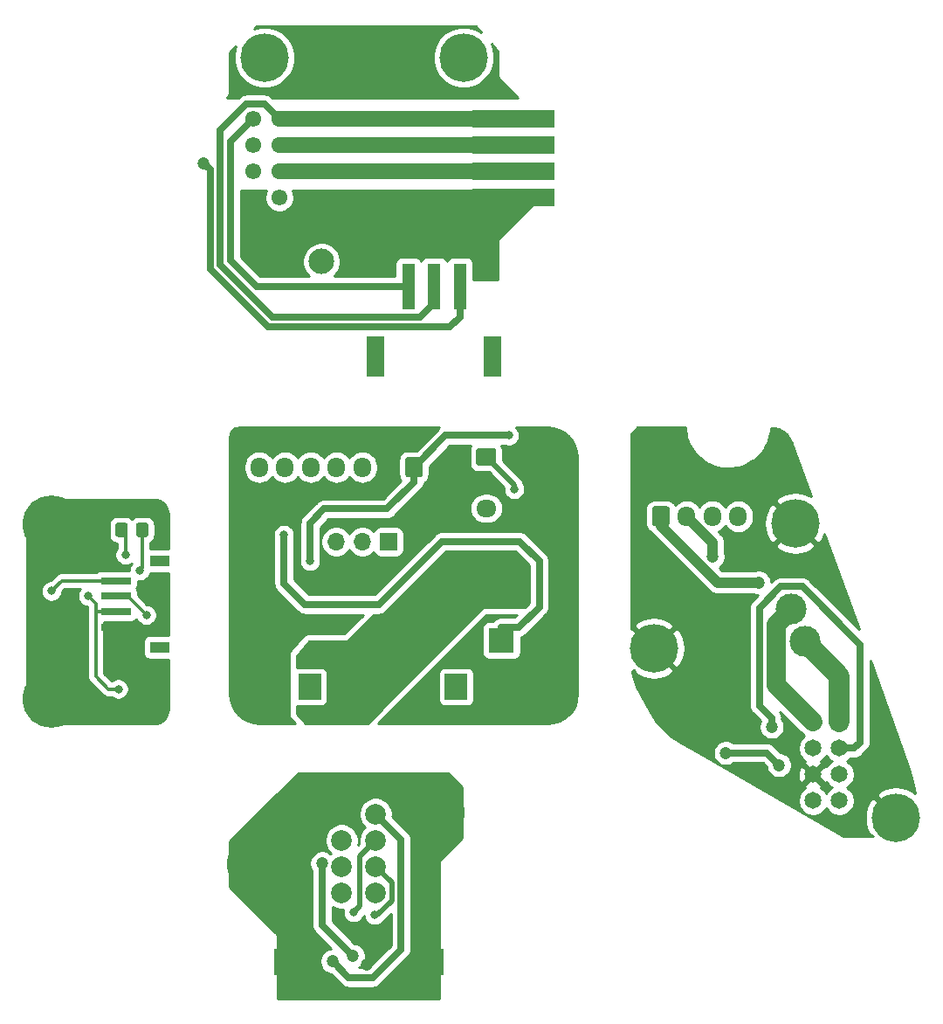
<source format=gbr>
%TF.GenerationSoftware,KiCad,Pcbnew,(5.1.9)-1*%
%TF.CreationDate,2021-02-18T14:55:37+00:00*%
%TF.ProjectId,toolboards - assembly_final,746f6f6c-626f-4617-9264-73202d206173,rev?*%
%TF.SameCoordinates,Original*%
%TF.FileFunction,Copper,L2,Bot*%
%TF.FilePolarity,Positive*%
%FSLAX46Y46*%
G04 Gerber Fmt 4.6, Leading zero omitted, Abs format (unit mm)*
G04 Created by KiCad (PCBNEW (5.1.9)-1) date 2021-02-18 14:55:37*
%MOMM*%
%LPD*%
G01*
G04 APERTURE LIST*
%TA.AperFunction,ComponentPad*%
%ADD10C,3.600000*%
%TD*%
%TA.AperFunction,ConnectorPad*%
%ADD11C,5.600000*%
%TD*%
%TA.AperFunction,SMDPad,CuDef*%
%ADD12R,1.900000X1.100000*%
%TD*%
%TA.AperFunction,SMDPad,CuDef*%
%ADD13R,3.000000X0.700000*%
%TD*%
%TA.AperFunction,ComponentPad*%
%ADD14R,2.200000X2.500000*%
%TD*%
%TA.AperFunction,ComponentPad*%
%ADD15C,2.000000*%
%TD*%
%TA.AperFunction,ComponentPad*%
%ADD16C,1.550000*%
%TD*%
%TA.AperFunction,ComponentPad*%
%ADD17C,2.475000*%
%TD*%
%TA.AperFunction,ComponentPad*%
%ADD18R,2.475000X2.475000*%
%TD*%
%TA.AperFunction,SMDPad,CuDef*%
%ADD19R,8.000000X1.800000*%
%TD*%
%TA.AperFunction,SMDPad,CuDef*%
%ADD20R,1.300000X4.500000*%
%TD*%
%TA.AperFunction,SMDPad,CuDef*%
%ADD21R,1.800000X3.900000*%
%TD*%
%TA.AperFunction,ComponentPad*%
%ADD22C,3.100000*%
%TD*%
%TA.AperFunction,ConnectorPad*%
%ADD23C,4.700000*%
%TD*%
%TA.AperFunction,ComponentPad*%
%ADD24O,1.700000X1.700000*%
%TD*%
%TA.AperFunction,ComponentPad*%
%ADD25R,1.700000X1.700000*%
%TD*%
%TA.AperFunction,ComponentPad*%
%ADD26O,1.950000X1.700000*%
%TD*%
%TA.AperFunction,ComponentPad*%
%ADD27O,1.700000X1.950000*%
%TD*%
%TA.AperFunction,ComponentPad*%
%ADD28C,1.650000*%
%TD*%
%TA.AperFunction,ComponentPad*%
%ADD29R,1.650000X1.650000*%
%TD*%
%TA.AperFunction,ViaPad*%
%ADD30C,1.200000*%
%TD*%
%TA.AperFunction,ViaPad*%
%ADD31C,0.800000*%
%TD*%
%TA.AperFunction,ViaPad*%
%ADD32C,3.000000*%
%TD*%
%TA.AperFunction,ViaPad*%
%ADD33C,2.000000*%
%TD*%
%TA.AperFunction,Conductor*%
%ADD34C,0.700000*%
%TD*%
%TA.AperFunction,Conductor*%
%ADD35C,0.500000*%
%TD*%
%TA.AperFunction,Conductor*%
%ADD36C,1.500000*%
%TD*%
%TA.AperFunction,Conductor*%
%ADD37C,2.000000*%
%TD*%
%TA.AperFunction,Conductor*%
%ADD38C,1.900000*%
%TD*%
%TA.AperFunction,Conductor*%
%ADD39C,1.000000*%
%TD*%
%TA.AperFunction,Conductor*%
%ADD40C,0.300000*%
%TD*%
%TA.AperFunction,Conductor*%
%ADD41C,0.254000*%
%TD*%
%TA.AperFunction,Conductor*%
%ADD42C,0.100000*%
%TD*%
%TA.AperFunction,NonConductor*%
%ADD43C,0.254000*%
%TD*%
%TA.AperFunction,NonConductor*%
%ADD44C,0.100000*%
%TD*%
G04 APERTURE END LIST*
D10*
%TO.P,H9,1*%
%TO.N,/GND_4*%
X123797000Y-94373000D03*
D11*
X123797000Y-94373000D03*
%TD*%
D12*
%TO.P,J17,6*%
%TO.N,N/C*%
X134297000Y-80923000D03*
%TO.P,J17,5*%
X134297000Y-89323000D03*
D13*
%TO.P,J17,4*%
%TO.N,/HEATER_OUT_4*%
X130047000Y-82873000D03*
%TO.P,J17,3*%
%TO.N,/TOOL_SEL_4*%
X130047000Y-84373000D03*
%TO.P,J17,2*%
%TO.N,/5V_4*%
X130047000Y-85873000D03*
%TO.P,J17,1*%
%TO.N,/GND_4*%
X130047000Y-87373000D03*
%TD*%
%TO.P,R6,2*%
%TO.N,Net-(Q2-Pad1)*%
%TA.AperFunction,SMDPad,CuDef*%
G36*
G01*
X131211000Y-77502999D02*
X131211000Y-78403001D01*
G75*
G02*
X130961001Y-78653000I-249999J0D01*
G01*
X130260999Y-78653000D01*
G75*
G02*
X130011000Y-78403001I0J249999D01*
G01*
X130011000Y-77502999D01*
G75*
G02*
X130260999Y-77253000I249999J0D01*
G01*
X130961001Y-77253000D01*
G75*
G02*
X131211000Y-77502999I0J-249999D01*
G01*
G37*
%TD.AperFunction*%
%TO.P,R6,1*%
%TO.N,Net-(Q1-Pad3)*%
%TA.AperFunction,SMDPad,CuDef*%
G36*
G01*
X133211000Y-77502999D02*
X133211000Y-78403001D01*
G75*
G02*
X132961001Y-78653000I-249999J0D01*
G01*
X132260999Y-78653000D01*
G75*
G02*
X132011000Y-78403001I0J249999D01*
G01*
X132011000Y-77502999D01*
G75*
G02*
X132260999Y-77253000I249999J0D01*
G01*
X132961001Y-77253000D01*
G75*
G02*
X133211000Y-77502999I0J-249999D01*
G01*
G37*
%TD.AperFunction*%
%TD*%
D10*
%TO.P,H8,1*%
%TO.N,/GND_4*%
X123797000Y-77373000D03*
D11*
X123797000Y-77373000D03*
%TD*%
D14*
%TO.P,J13,12*%
%TO.N,N/C*%
X163056000Y-93163000D03*
%TO.P,J13,11*%
X148856000Y-93163000D03*
%TD*%
%TO.P,J10,11*%
%TO.N,/GND_2*%
X146498000Y-119845000D03*
%TO.P,J10,12*%
X160698000Y-119845000D03*
%TD*%
D15*
%TO.P,J9,1*%
%TO.N,/HEATER_OUT_2*%
X155247000Y-113114000D03*
%TO.P,J9,2*%
%TO.N,/GND1_2*%
X155247000Y-110574000D03*
%TO.P,J9,3*%
%TO.N,/3V3_2*%
X155247000Y-108034000D03*
%TO.P,J9,4*%
%TO.N,/AUX0_2*%
X155247000Y-105494000D03*
%TD*%
%TO.P,J11,1*%
%TO.N,/GND_2*%
X151947000Y-105494000D03*
%TO.P,J11,2*%
%TO.N,/THERM_OUT_2*%
X151947000Y-108034000D03*
%TO.P,J11,3*%
%TO.N,Net-(J11-Pad3)*%
X151947000Y-110574000D03*
%TO.P,J11,4*%
%TO.N,/24V_2*%
X151947000Y-113114000D03*
%TD*%
D16*
%TO.P,J3,8*%
%TO.N,/AUX0_1*%
X145902000Y-38148000D03*
%TO.P,J3,7*%
%TO.N,/V_AUX0_1*%
X143362000Y-38148000D03*
%TO.P,J3,6*%
%TO.N,/3V3_1*%
X145902000Y-40688000D03*
%TO.P,J3,5*%
%TO.N,/GND_1*%
X143362000Y-40688000D03*
%TO.P,J3,4*%
%TO.N,/GND1_1*%
X145902000Y-43228000D03*
%TO.P,J3,3*%
%TO.N,/THERM_OUT_1*%
X143362000Y-43228000D03*
%TO.P,J3,2*%
%TO.N,/24V_1*%
X145902000Y-45768000D03*
%TO.P,J3,1*%
%TO.N,/HEATER_OUT_1*%
X143362000Y-45768000D03*
%TD*%
D17*
%TO.P,J5,2*%
%TO.N,/24V_1*%
X149987000Y-51943000D03*
D18*
%TO.P,J5,1*%
%TO.N,/HEATER_OUT_1*%
X144907000Y-51943000D03*
%TD*%
D19*
%TO.P,J7,4*%
%TO.N,/AUX0_1*%
X168613000Y-38148000D03*
%TO.P,J7,3*%
%TO.N,/3V3_1*%
X168613000Y-40688000D03*
%TO.P,J7,2*%
%TO.N,/GND1_1*%
X168613000Y-43228000D03*
%TO.P,J7,1*%
%TO.N,/HEATER_OUT_1*%
X168613000Y-45768000D03*
%TD*%
D20*
%TO.P,J6,1*%
%TO.N,/GND_1*%
X163409000Y-54356000D03*
%TO.P,J6,2*%
%TO.N,/AUX0_1*%
X160909000Y-54356000D03*
%TO.P,J6,3*%
%TO.N,/V_AUX0_1*%
X158409000Y-54356000D03*
D21*
%TO.P,J6,4*%
%TO.N,N/C*%
X166609000Y-61156000D03*
%TO.P,J6,5*%
X155209000Y-61156000D03*
%TD*%
D11*
%TO.P,H6,1*%
%TO.N,/GND_2*%
X161037000Y-105334000D03*
D10*
X161037000Y-105334000D03*
%TD*%
D11*
%TO.P,H7,1*%
%TO.N,/GND_2*%
X143657000Y-110334000D03*
D10*
X143657000Y-110334000D03*
%TD*%
D22*
%TO.P,H3,1*%
%TO.N,Net-(H3-Pad1)*%
X144462000Y-32183000D03*
D23*
X144462000Y-32183000D03*
%TD*%
D22*
%TO.P,H4,1*%
%TO.N,/HEATER_OUT_1*%
X157262000Y-48038000D03*
D23*
X157262000Y-48038000D03*
%TD*%
D22*
%TO.P,H5,1*%
%TO.N,Net-(H5-Pad1)*%
X163761999Y-32183000D03*
D23*
X163761999Y-32183000D03*
%TD*%
D11*
%TO.P,H12,1*%
%TO.N,/GND_3*%
X171957000Y-70873000D03*
D10*
X171957000Y-70873000D03*
%TD*%
D24*
%TO.P,JP1,3*%
%TO.N,/FAN_3*%
X151417000Y-79096000D03*
%TO.P,JP1,2*%
%TO.N,/AUX0_3*%
X153957000Y-79096000D03*
D25*
%TO.P,JP1,1*%
%TO.N,Net-(JP1-Pad1)*%
X156497000Y-79096000D03*
%TD*%
D17*
%TO.P,J14,2*%
%TO.N,/24V_3*%
X167457000Y-83563000D03*
D18*
%TO.P,J14,1*%
%TO.N,/HEATER_OUT_3*%
X167457000Y-88643000D03*
%TD*%
D26*
%TO.P,J15,3*%
%TO.N,/5V_3*%
X165957000Y-75873000D03*
%TO.P,J15,2*%
%TO.N,/GND_3*%
X165957000Y-73373000D03*
%TO.P,J15,1*%
%TO.N,Net-(J15-Pad1)*%
%TA.AperFunction,ComponentPad*%
G36*
G01*
X165232000Y-70023000D02*
X166682000Y-70023000D01*
G75*
G02*
X166932000Y-70273000I0J-250000D01*
G01*
X166932000Y-71473000D01*
G75*
G02*
X166682000Y-71723000I-250000J0D01*
G01*
X165232000Y-71723000D01*
G75*
G02*
X164982000Y-71473000I0J250000D01*
G01*
X164982000Y-70273000D01*
G75*
G02*
X165232000Y-70023000I250000J0D01*
G01*
G37*
%TD.AperFunction*%
%TD*%
D11*
%TO.P,H11,1*%
%TO.N,/GND_3*%
X171957000Y-93873000D03*
D10*
X171957000Y-93873000D03*
%TD*%
D27*
%TO.P,J12,7*%
%TO.N,/FAN_3*%
X143957000Y-71873000D03*
%TO.P,J12,6*%
%TO.N,/3V3_3*%
X146457000Y-71873000D03*
%TO.P,J12,5*%
%TO.N,/THERM_OUT_3*%
X148957000Y-71873000D03*
%TO.P,J12,4*%
%TO.N,/GND1_3*%
X151457000Y-71873000D03*
%TO.P,J12,3*%
%TO.N,/5V_3*%
X153957000Y-71873000D03*
%TO.P,J12,2*%
%TO.N,/GND_3*%
X156457000Y-71873000D03*
%TO.P,J12,1*%
%TO.N,/TOOL_SEL_3*%
%TA.AperFunction,ComponentPad*%
G36*
G01*
X159807000Y-71148000D02*
X159807000Y-72598000D01*
G75*
G02*
X159557000Y-72848000I-250000J0D01*
G01*
X158357000Y-72848000D01*
G75*
G02*
X158107000Y-72598000I0J250000D01*
G01*
X158107000Y-71148000D01*
G75*
G02*
X158357000Y-70898000I250000J0D01*
G01*
X159557000Y-70898000D01*
G75*
G02*
X159807000Y-71148000I0J-250000D01*
G01*
G37*
%TD.AperFunction*%
%TD*%
D11*
%TO.P,H10,1*%
%TO.N,/GND_3*%
X143957000Y-93873000D03*
D10*
X143957000Y-93873000D03*
%TD*%
D23*
%TO.P,H0,1*%
%TO.N,/GND_0*%
X195936462Y-77320774D03*
D22*
X195936462Y-77320774D03*
%TD*%
D27*
%TO.P,J1,4*%
%TO.N,/1B_0*%
X190397401Y-76632383D03*
%TO.P,J1,3*%
%TO.N,/2B_0*%
X187897401Y-76632383D03*
%TO.P,J1,2*%
%TO.N,/2A_0*%
X185397401Y-76632383D03*
%TO.P,J1,1*%
%TO.N,/1A_0*%
%TA.AperFunction,ComponentPad*%
G36*
G01*
X182047401Y-77357383D02*
X182047401Y-75907383D01*
G75*
G02*
X182297401Y-75657383I250000J0D01*
G01*
X183497401Y-75657383D01*
G75*
G02*
X183747401Y-75907383I0J-250000D01*
G01*
X183747401Y-77357383D01*
G75*
G02*
X183497401Y-77607383I-250000J0D01*
G01*
X182297401Y-77607383D01*
G75*
G02*
X182047401Y-77357383I0J250000D01*
G01*
G37*
%TD.AperFunction*%
%TD*%
D28*
%TO.P,J2,8*%
%TO.N,/V_AUX0_0*%
X197671391Y-104200151D03*
%TO.P,J2,7*%
%TO.N,/AUX0_0*%
X200211391Y-104200151D03*
%TO.P,J2,6*%
%TO.N,/GND_0*%
X197671391Y-101660151D03*
%TO.P,J2,5*%
%TO.N,/3V3_0*%
X200211391Y-101660151D03*
%TO.P,J2,4*%
%TO.N,/THERM_OUT_0*%
X197671391Y-99120151D03*
%TO.P,J2,3*%
%TO.N,/GND1_0*%
X200211391Y-99120151D03*
%TO.P,J2,2*%
%TO.N,/24V_0*%
X197671391Y-96580151D03*
D29*
%TO.P,J2,1*%
%TO.N,/HEATER_OUT_0*%
X200211391Y-96580151D03*
%TD*%
D23*
%TO.P,H2,1*%
%TO.N,/GND_0*%
X182220195Y-89411496D03*
D22*
X182220195Y-89411496D03*
%TD*%
D23*
%TO.P,H1,1*%
%TO.N,/GND_0*%
X205719256Y-105831593D03*
D22*
X205719256Y-105831593D03*
%TD*%
D30*
%TO.N,/AUX0_2*%
X151052000Y-119759000D03*
D31*
%TO.N,/3V3_2*%
X153090000Y-115019000D03*
%TO.N,/GND1_2*%
X155122000Y-115273000D03*
D30*
%TO.N,/THERM_OUT_2*%
X150052000Y-110259000D03*
X153052000Y-119259000D03*
%TO.N,/GND_2*%
X154360000Y-120099000D03*
D31*
%TO.N,/3V3_1*%
X161947000Y-40688000D03*
D30*
%TO.N,/GND_1*%
X138557000Y-42418000D03*
%TO.N,/GND1_0*%
X193650195Y-97031496D03*
%TO.N,/V_AUX0_0*%
X189205195Y-99571496D03*
X194376578Y-100750113D03*
D32*
%TO.N,/HEATER_OUT_0*%
X196841121Y-88776496D03*
%TO.N,/24V_0*%
X195555195Y-85601496D03*
D30*
%TO.N,/1A_0*%
X192380195Y-83061496D03*
%TO.N,/2A_0*%
X187935195Y-80521496D03*
D31*
%TO.N,/GND_3*%
X142902000Y-83033000D03*
%TO.N,/HEATER_OUT_3*%
X146337000Y-78423000D03*
D33*
%TO.N,/24V_3*%
X151707000Y-95623000D03*
X149207000Y-90123000D03*
X151707000Y-93373000D03*
D31*
%TO.N,/5V_4*%
X130297000Y-93373000D03*
X127381000Y-84357000D03*
%TO.N,Net-(Q1-Pad3)*%
X132373000Y-81890000D03*
%TO.N,/TOOL_SEL_3*%
X168175000Y-68809000D03*
X148877000Y-80963000D03*
%TO.N,/HEATER_OUT_4*%
X123797000Y-83873000D03*
%TO.N,/TOOL_SEL_4*%
X133008000Y-86208000D03*
%TO.N,/GND_4*%
X134770000Y-85938000D03*
%TO.N,Net-(J15-Pad1)*%
X168683000Y-74016000D03*
%TO.N,Net-(Q2-Pad1)*%
X130976000Y-80366000D03*
%TD*%
D34*
%TO.N,/AUX0_2*%
X154960001Y-121349001D02*
X152642001Y-121349001D01*
X157697011Y-118611991D02*
X154960001Y-121349001D01*
X157697011Y-107944011D02*
X157697011Y-118611991D01*
X155247000Y-105494000D02*
X157697011Y-107944011D01*
X152642001Y-121349001D02*
X151052000Y-119759000D01*
D35*
%TO.N,/3V3_2*%
X153696999Y-114412001D02*
X153090000Y-115019000D01*
X153696999Y-109584001D02*
X153696999Y-114412001D01*
X155247000Y-108034000D02*
X153696999Y-109584001D01*
%TO.N,/GND1_2*%
X155382002Y-115273000D02*
X155122000Y-115273000D01*
X156797001Y-113858001D02*
X155382002Y-115273000D01*
X156797001Y-112124001D02*
X156797001Y-113858001D01*
X155247000Y-110574000D02*
X156797001Y-112124001D01*
D34*
%TO.N,/THERM_OUT_2*%
X150052000Y-116259000D02*
X153052000Y-119259000D01*
X150052000Y-110259000D02*
X150052000Y-116259000D01*
%TO.N,/GND_2*%
X154360000Y-120099000D02*
X154360000Y-120099000D01*
D36*
%TO.N,/GND1_1*%
X145902000Y-43228000D02*
X168613000Y-43228000D01*
D34*
%TO.N,/AUX0_1*%
X159559000Y-57306000D02*
X145210771Y-57306000D01*
X160909000Y-54356000D02*
X160909000Y-55956000D01*
X160909000Y-55956000D02*
X159559000Y-57306000D01*
X145210771Y-57306000D02*
X140192010Y-52287240D01*
X144437000Y-36683000D02*
X145902000Y-38148000D01*
X142717998Y-36683000D02*
X144437000Y-36683000D01*
X140192010Y-39208988D02*
X142717998Y-36683000D01*
X140192010Y-52287240D02*
X140192010Y-39208988D01*
D36*
X145902000Y-38148000D02*
X168613000Y-38148000D01*
%TO.N,/3V3_1*%
X161947000Y-40688000D02*
X168613000Y-40688000D01*
X145902000Y-40688000D02*
X161947000Y-40688000D01*
D34*
%TO.N,/V_AUX0_1*%
X158409000Y-54356000D02*
X143674998Y-54356000D01*
X143674998Y-54356000D02*
X141192020Y-51873023D01*
X141192020Y-40317980D02*
X143362000Y-38148000D01*
X141192020Y-51873023D02*
X141192020Y-40317980D01*
%TO.N,/GND_1*%
X163409000Y-54356000D02*
X163409000Y-57306000D01*
X163409000Y-57306000D02*
X162408990Y-58306010D01*
X162408990Y-58306010D02*
X144796554Y-58306010D01*
X144796554Y-58306010D02*
X139192000Y-52701456D01*
X138557000Y-42418000D02*
X139192000Y-43053000D01*
X139192000Y-43053000D02*
X139192000Y-52701456D01*
%TO.N,/GND1_0*%
X193650195Y-96182968D02*
X192455186Y-94987959D01*
X201653621Y-99120151D02*
X200211391Y-99120151D01*
X192455186Y-85519503D02*
X194523194Y-83451495D01*
X194523194Y-83451495D02*
X196587196Y-83451495D01*
X202235205Y-98538567D02*
X201653621Y-99120151D01*
X193650195Y-97031496D02*
X193650195Y-96182968D01*
X192455186Y-94987959D02*
X192455186Y-85519503D01*
X202235205Y-89099504D02*
X202235205Y-98538567D01*
X196587196Y-83451495D02*
X202235205Y-89099504D01*
%TO.N,/AUX0_0*%
X200211391Y-104496809D02*
X200211391Y-104200151D01*
%TO.N,/V_AUX0_0*%
X189205195Y-99571496D02*
X193197961Y-99571496D01*
X193197961Y-99571496D02*
X194376578Y-100750113D01*
D37*
%TO.N,/HEATER_OUT_0*%
X196841121Y-88776496D02*
X200211391Y-92146766D01*
X200211391Y-92146766D02*
X200211391Y-96580151D01*
D38*
%TO.N,/24V_0*%
X195555195Y-85601496D02*
X194055196Y-87101495D01*
X194055196Y-87101495D02*
X194055196Y-92963956D01*
X194055196Y-92963956D02*
X197671391Y-96580151D01*
D39*
%TO.N,/1A_0*%
X182897401Y-77555704D02*
X182897401Y-76632383D01*
X192380195Y-83061496D02*
X188403193Y-83061496D01*
X188403193Y-83061496D02*
X182897401Y-77555704D01*
%TO.N,/2A_0*%
X187935195Y-79170177D02*
X185397401Y-76632383D01*
X187935195Y-80521496D02*
X187935195Y-79170177D01*
D34*
%TO.N,/HEATER_OUT_3*%
X171102000Y-80963000D02*
X169197000Y-79058000D01*
X171102000Y-85408000D02*
X171102000Y-80963000D01*
X169197000Y-79058000D02*
X161682002Y-79058000D01*
X155552001Y-85188001D02*
X148372999Y-85188001D01*
X167457000Y-87373000D02*
X169137000Y-87373000D01*
X161682002Y-79058000D02*
X155552001Y-85188001D01*
X169137000Y-87373000D02*
X171102000Y-85408000D01*
X148372999Y-85188001D02*
X146337000Y-83152002D01*
X146337000Y-83152002D02*
X146337000Y-78423000D01*
D40*
%TO.N,/5V_4*%
X128096999Y-92172999D02*
X129297000Y-93373000D01*
X130047000Y-85873000D02*
X128247000Y-85873000D01*
X128247000Y-85873000D02*
X128096999Y-86023001D01*
X129297000Y-93373000D02*
X130297000Y-93373000D01*
X128096999Y-86023001D02*
X128096999Y-92172999D01*
X128096999Y-85072999D02*
X128096999Y-86023001D01*
X127381000Y-84357000D02*
X128096999Y-85072999D01*
%TO.N,Net-(Q1-Pad3)*%
X132611000Y-81652000D02*
X132373000Y-81890000D01*
X132611000Y-77953000D02*
X132611000Y-81652000D01*
D34*
%TO.N,/TOOL_SEL_3*%
X162021000Y-68809000D02*
X158957000Y-71873000D01*
X168175000Y-68809000D02*
X162021000Y-68809000D01*
X158957000Y-71873000D02*
X158957000Y-73328000D01*
X158957000Y-73328000D02*
X156364000Y-75921000D01*
X156364000Y-75921000D02*
X150268000Y-75921000D01*
X148877000Y-77312000D02*
X148877000Y-80963000D01*
X150268000Y-75921000D02*
X148877000Y-77312000D01*
D40*
%TO.N,/HEATER_OUT_4*%
X124797000Y-82873000D02*
X130047000Y-82873000D01*
X123797000Y-83873000D02*
X124797000Y-82873000D01*
%TO.N,/TOOL_SEL_4*%
X131173000Y-84373000D02*
X133008000Y-86208000D01*
X130047000Y-84373000D02*
X131173000Y-84373000D01*
D35*
%TO.N,Net-(J15-Pad1)*%
X168683000Y-73599000D02*
X168683000Y-74016000D01*
X165957000Y-70873000D02*
X168683000Y-73599000D01*
D40*
%TO.N,Net-(Q2-Pad1)*%
X130976000Y-80366000D02*
X130976000Y-78318000D01*
X130976000Y-78318000D02*
X130611000Y-77953000D01*
%TD*%
D41*
%TO.N,/GND_2*%
X163577000Y-102857381D02*
X163577001Y-107810618D01*
X161654232Y-109733388D01*
X161629053Y-109754052D01*
X161608389Y-109779231D01*
X161608386Y-109779234D01*
X161546575Y-109854550D01*
X161485290Y-109969208D01*
X161447551Y-110093618D01*
X161434808Y-110223000D01*
X161438001Y-110255419D01*
X161438000Y-122854581D01*
X161438000Y-123345000D01*
X145748000Y-123345000D01*
X145748000Y-117454409D01*
X145751192Y-117422000D01*
X145748000Y-117389591D01*
X145748000Y-117389581D01*
X145738450Y-117292617D01*
X145700710Y-117168207D01*
X145639425Y-117053550D01*
X145556948Y-116953052D01*
X145531765Y-116932385D01*
X145446619Y-116847239D01*
X145446614Y-116847233D01*
X141117000Y-112517620D01*
X141117000Y-110137363D01*
X148817000Y-110137363D01*
X148817000Y-110380637D01*
X148864460Y-110619236D01*
X148957557Y-110843992D01*
X149067000Y-111007785D01*
X149067001Y-116210610D01*
X149062235Y-116259000D01*
X149081253Y-116452093D01*
X149137576Y-116637766D01*
X149137577Y-116637767D01*
X149229041Y-116808884D01*
X149352131Y-116958870D01*
X149389711Y-116989711D01*
X150925055Y-118525056D01*
X150691764Y-118571460D01*
X150467008Y-118664557D01*
X150264733Y-118799713D01*
X150092713Y-118971733D01*
X149957557Y-119174008D01*
X149864460Y-119398764D01*
X149817000Y-119637363D01*
X149817000Y-119880637D01*
X149864460Y-120119236D01*
X149957557Y-120343992D01*
X150092713Y-120546267D01*
X150264733Y-120718287D01*
X150467008Y-120853443D01*
X150691764Y-120946540D01*
X150884971Y-120984971D01*
X151911290Y-122011291D01*
X151942131Y-122048871D01*
X152092117Y-122171961D01*
X152263234Y-122263425D01*
X152448907Y-122319748D01*
X152642001Y-122338766D01*
X152690381Y-122334001D01*
X154911621Y-122334001D01*
X154960001Y-122338766D01*
X155008381Y-122334001D01*
X155153095Y-122319748D01*
X155338768Y-122263425D01*
X155509885Y-122171961D01*
X155659871Y-122048871D01*
X155690717Y-122011285D01*
X158359301Y-119342702D01*
X158396881Y-119311861D01*
X158519971Y-119161875D01*
X158611435Y-118990758D01*
X158667758Y-118805085D01*
X158682011Y-118660371D01*
X158686776Y-118611991D01*
X158682011Y-118563611D01*
X158682011Y-107992391D01*
X158686776Y-107944011D01*
X158667758Y-107750917D01*
X158611435Y-107565244D01*
X158519971Y-107394127D01*
X158427721Y-107281720D01*
X158396881Y-107244141D01*
X158359301Y-107213300D01*
X156868567Y-105722566D01*
X156882000Y-105655033D01*
X156882000Y-105332967D01*
X156819168Y-105017088D01*
X156695918Y-104719537D01*
X156516987Y-104451748D01*
X156289252Y-104224013D01*
X156021463Y-104045082D01*
X155723912Y-103921832D01*
X155408033Y-103859000D01*
X155085967Y-103859000D01*
X154770088Y-103921832D01*
X154472537Y-104045082D01*
X154204748Y-104224013D01*
X153977013Y-104451748D01*
X153798082Y-104719537D01*
X153674832Y-105017088D01*
X153612000Y-105332967D01*
X153612000Y-105655033D01*
X153674832Y-105970912D01*
X153798082Y-106268463D01*
X153977013Y-106536252D01*
X154204748Y-106763987D01*
X154204767Y-106764000D01*
X154204748Y-106764013D01*
X153977013Y-106991748D01*
X153798082Y-107259537D01*
X153674832Y-107557088D01*
X153612000Y-107872967D01*
X153612000Y-108195033D01*
X153648897Y-108380525D01*
X153519331Y-108510090D01*
X153582000Y-108195033D01*
X153582000Y-107872967D01*
X153519168Y-107557088D01*
X153395918Y-107259537D01*
X153216987Y-106991748D01*
X152989252Y-106764013D01*
X152721463Y-106585082D01*
X152423912Y-106461832D01*
X152108033Y-106399000D01*
X151785967Y-106399000D01*
X151470088Y-106461832D01*
X151172537Y-106585082D01*
X150904748Y-106764013D01*
X150677013Y-106991748D01*
X150498082Y-107259537D01*
X150374832Y-107557088D01*
X150312000Y-107872967D01*
X150312000Y-108195033D01*
X150374832Y-108510912D01*
X150498082Y-108808463D01*
X150677013Y-109076252D01*
X150904748Y-109303987D01*
X150904767Y-109304000D01*
X150904748Y-109304013D01*
X150874158Y-109334604D01*
X150839267Y-109299713D01*
X150636992Y-109164557D01*
X150412236Y-109071460D01*
X150173637Y-109024000D01*
X149930363Y-109024000D01*
X149691764Y-109071460D01*
X149467008Y-109164557D01*
X149264733Y-109299713D01*
X149092713Y-109471733D01*
X148957557Y-109674008D01*
X148864460Y-109898764D01*
X148817000Y-110137363D01*
X141117000Y-110137363D01*
X141117000Y-108150380D01*
X145446614Y-103820767D01*
X145446618Y-103820762D01*
X147773381Y-101494000D01*
X162213620Y-101494000D01*
X163577000Y-102857381D01*
%TA.AperFunction,Conductor*%
D42*
G36*
X163577000Y-102857381D02*
G01*
X163577001Y-107810618D01*
X161654232Y-109733388D01*
X161629053Y-109754052D01*
X161608389Y-109779231D01*
X161608386Y-109779234D01*
X161546575Y-109854550D01*
X161485290Y-109969208D01*
X161447551Y-110093618D01*
X161434808Y-110223000D01*
X161438001Y-110255419D01*
X161438000Y-122854581D01*
X161438000Y-123345000D01*
X145748000Y-123345000D01*
X145748000Y-117454409D01*
X145751192Y-117422000D01*
X145748000Y-117389591D01*
X145748000Y-117389581D01*
X145738450Y-117292617D01*
X145700710Y-117168207D01*
X145639425Y-117053550D01*
X145556948Y-116953052D01*
X145531765Y-116932385D01*
X145446619Y-116847239D01*
X145446614Y-116847233D01*
X141117000Y-112517620D01*
X141117000Y-110137363D01*
X148817000Y-110137363D01*
X148817000Y-110380637D01*
X148864460Y-110619236D01*
X148957557Y-110843992D01*
X149067000Y-111007785D01*
X149067001Y-116210610D01*
X149062235Y-116259000D01*
X149081253Y-116452093D01*
X149137576Y-116637766D01*
X149137577Y-116637767D01*
X149229041Y-116808884D01*
X149352131Y-116958870D01*
X149389711Y-116989711D01*
X150925055Y-118525056D01*
X150691764Y-118571460D01*
X150467008Y-118664557D01*
X150264733Y-118799713D01*
X150092713Y-118971733D01*
X149957557Y-119174008D01*
X149864460Y-119398764D01*
X149817000Y-119637363D01*
X149817000Y-119880637D01*
X149864460Y-120119236D01*
X149957557Y-120343992D01*
X150092713Y-120546267D01*
X150264733Y-120718287D01*
X150467008Y-120853443D01*
X150691764Y-120946540D01*
X150884971Y-120984971D01*
X151911290Y-122011291D01*
X151942131Y-122048871D01*
X152092117Y-122171961D01*
X152263234Y-122263425D01*
X152448907Y-122319748D01*
X152642001Y-122338766D01*
X152690381Y-122334001D01*
X154911621Y-122334001D01*
X154960001Y-122338766D01*
X155008381Y-122334001D01*
X155153095Y-122319748D01*
X155338768Y-122263425D01*
X155509885Y-122171961D01*
X155659871Y-122048871D01*
X155690717Y-122011285D01*
X158359301Y-119342702D01*
X158396881Y-119311861D01*
X158519971Y-119161875D01*
X158611435Y-118990758D01*
X158667758Y-118805085D01*
X158682011Y-118660371D01*
X158686776Y-118611991D01*
X158682011Y-118563611D01*
X158682011Y-107992391D01*
X158686776Y-107944011D01*
X158667758Y-107750917D01*
X158611435Y-107565244D01*
X158519971Y-107394127D01*
X158427721Y-107281720D01*
X158396881Y-107244141D01*
X158359301Y-107213300D01*
X156868567Y-105722566D01*
X156882000Y-105655033D01*
X156882000Y-105332967D01*
X156819168Y-105017088D01*
X156695918Y-104719537D01*
X156516987Y-104451748D01*
X156289252Y-104224013D01*
X156021463Y-104045082D01*
X155723912Y-103921832D01*
X155408033Y-103859000D01*
X155085967Y-103859000D01*
X154770088Y-103921832D01*
X154472537Y-104045082D01*
X154204748Y-104224013D01*
X153977013Y-104451748D01*
X153798082Y-104719537D01*
X153674832Y-105017088D01*
X153612000Y-105332967D01*
X153612000Y-105655033D01*
X153674832Y-105970912D01*
X153798082Y-106268463D01*
X153977013Y-106536252D01*
X154204748Y-106763987D01*
X154204767Y-106764000D01*
X154204748Y-106764013D01*
X153977013Y-106991748D01*
X153798082Y-107259537D01*
X153674832Y-107557088D01*
X153612000Y-107872967D01*
X153612000Y-108195033D01*
X153648897Y-108380525D01*
X153519331Y-108510090D01*
X153582000Y-108195033D01*
X153582000Y-107872967D01*
X153519168Y-107557088D01*
X153395918Y-107259537D01*
X153216987Y-106991748D01*
X152989252Y-106764013D01*
X152721463Y-106585082D01*
X152423912Y-106461832D01*
X152108033Y-106399000D01*
X151785967Y-106399000D01*
X151470088Y-106461832D01*
X151172537Y-106585082D01*
X150904748Y-106764013D01*
X150677013Y-106991748D01*
X150498082Y-107259537D01*
X150374832Y-107557088D01*
X150312000Y-107872967D01*
X150312000Y-108195033D01*
X150374832Y-108510912D01*
X150498082Y-108808463D01*
X150677013Y-109076252D01*
X150904748Y-109303987D01*
X150904767Y-109304000D01*
X150904748Y-109304013D01*
X150874158Y-109334604D01*
X150839267Y-109299713D01*
X150636992Y-109164557D01*
X150412236Y-109071460D01*
X150173637Y-109024000D01*
X149930363Y-109024000D01*
X149691764Y-109071460D01*
X149467008Y-109164557D01*
X149264733Y-109299713D01*
X149092713Y-109471733D01*
X148957557Y-109674008D01*
X148864460Y-109898764D01*
X148817000Y-110137363D01*
X141117000Y-110137363D01*
X141117000Y-108150380D01*
X145446614Y-103820767D01*
X145446618Y-103820762D01*
X147773381Y-101494000D01*
X162213620Y-101494000D01*
X163577000Y-102857381D01*
G37*
%TD.AperFunction*%
D41*
X151172537Y-114562918D02*
X151470088Y-114686168D01*
X151785967Y-114749000D01*
X152088429Y-114749000D01*
X152055000Y-114917061D01*
X152055000Y-115120939D01*
X152094774Y-115320898D01*
X152172795Y-115509256D01*
X152286063Y-115678774D01*
X152430226Y-115822937D01*
X152599744Y-115936205D01*
X152788102Y-116014226D01*
X152988061Y-116054000D01*
X153191939Y-116054000D01*
X153391898Y-116014226D01*
X153580256Y-115936205D01*
X153749774Y-115822937D01*
X153893937Y-115678774D01*
X154007205Y-115509256D01*
X154085226Y-115320898D01*
X154087000Y-115311979D01*
X154087000Y-115374939D01*
X154126774Y-115574898D01*
X154204795Y-115763256D01*
X154318063Y-115932774D01*
X154462226Y-116076937D01*
X154631744Y-116190205D01*
X154820102Y-116268226D01*
X155020061Y-116308000D01*
X155223939Y-116308000D01*
X155423898Y-116268226D01*
X155612256Y-116190205D01*
X155781774Y-116076937D01*
X155812127Y-116046584D01*
X155876061Y-116012411D01*
X156010819Y-115901817D01*
X156038536Y-115868044D01*
X156712012Y-115194569D01*
X156712012Y-118203989D01*
X154552001Y-120364001D01*
X153611503Y-120364001D01*
X153636992Y-120353443D01*
X153839267Y-120218287D01*
X154011287Y-120046267D01*
X154146443Y-119843992D01*
X154239540Y-119619236D01*
X154287000Y-119380637D01*
X154287000Y-119137363D01*
X154239540Y-118898764D01*
X154146443Y-118674008D01*
X154011287Y-118471733D01*
X153839267Y-118299713D01*
X153636992Y-118164557D01*
X153412236Y-118071460D01*
X153219030Y-118033029D01*
X151037000Y-115851000D01*
X151037000Y-114472355D01*
X151172537Y-114562918D01*
%TA.AperFunction,Conductor*%
D42*
G36*
X151172537Y-114562918D02*
G01*
X151470088Y-114686168D01*
X151785967Y-114749000D01*
X152088429Y-114749000D01*
X152055000Y-114917061D01*
X152055000Y-115120939D01*
X152094774Y-115320898D01*
X152172795Y-115509256D01*
X152286063Y-115678774D01*
X152430226Y-115822937D01*
X152599744Y-115936205D01*
X152788102Y-116014226D01*
X152988061Y-116054000D01*
X153191939Y-116054000D01*
X153391898Y-116014226D01*
X153580256Y-115936205D01*
X153749774Y-115822937D01*
X153893937Y-115678774D01*
X154007205Y-115509256D01*
X154085226Y-115320898D01*
X154087000Y-115311979D01*
X154087000Y-115374939D01*
X154126774Y-115574898D01*
X154204795Y-115763256D01*
X154318063Y-115932774D01*
X154462226Y-116076937D01*
X154631744Y-116190205D01*
X154820102Y-116268226D01*
X155020061Y-116308000D01*
X155223939Y-116308000D01*
X155423898Y-116268226D01*
X155612256Y-116190205D01*
X155781774Y-116076937D01*
X155812127Y-116046584D01*
X155876061Y-116012411D01*
X156010819Y-115901817D01*
X156038536Y-115868044D01*
X156712012Y-115194569D01*
X156712012Y-118203989D01*
X154552001Y-120364001D01*
X153611503Y-120364001D01*
X153636992Y-120353443D01*
X153839267Y-120218287D01*
X154011287Y-120046267D01*
X154146443Y-119843992D01*
X154239540Y-119619236D01*
X154287000Y-119380637D01*
X154287000Y-119137363D01*
X154239540Y-118898764D01*
X154146443Y-118674008D01*
X154011287Y-118471733D01*
X153839267Y-118299713D01*
X153636992Y-118164557D01*
X153412236Y-118071460D01*
X153219030Y-118033029D01*
X151037000Y-115851000D01*
X151037000Y-114472355D01*
X151172537Y-114562918D01*
G37*
%TD.AperFunction*%
%TD*%
D41*
%TO.N,/HEATER_OUT_1*%
X144652475Y-45100115D02*
X144546186Y-45356718D01*
X144492000Y-45629127D01*
X144492000Y-45906873D01*
X144546186Y-46179282D01*
X144652475Y-46435885D01*
X144806782Y-46666822D01*
X145003178Y-46863218D01*
X145234115Y-47017525D01*
X145490718Y-47123814D01*
X145763127Y-47178000D01*
X146040873Y-47178000D01*
X146313282Y-47123814D01*
X146569885Y-47017525D01*
X146800822Y-46863218D01*
X146997218Y-46666822D01*
X147151525Y-46435885D01*
X147257814Y-46179282D01*
X147312000Y-45906873D01*
X147312000Y-45629127D01*
X147257814Y-45356718D01*
X147151525Y-45100115D01*
X147141425Y-45085000D01*
X172102000Y-45085000D01*
X172102000Y-46378000D01*
X170794412Y-46378000D01*
X170762000Y-46374808D01*
X170729588Y-46378000D01*
X170729581Y-46378000D01*
X170632617Y-46387550D01*
X170508207Y-46425290D01*
X170393550Y-46486575D01*
X170293052Y-46569052D01*
X170272388Y-46594231D01*
X167318232Y-49548388D01*
X167293053Y-49569052D01*
X167272389Y-49594231D01*
X167272386Y-49594234D01*
X167210575Y-49669550D01*
X167149290Y-49784208D01*
X167111551Y-49908618D01*
X167098808Y-50038000D01*
X167102001Y-50070419D01*
X167102001Y-53721000D01*
X164697072Y-53721000D01*
X164697072Y-52106000D01*
X164684812Y-51981518D01*
X164648502Y-51861820D01*
X164589537Y-51751506D01*
X164510185Y-51654815D01*
X164413494Y-51575463D01*
X164303180Y-51516498D01*
X164183482Y-51480188D01*
X164059000Y-51467928D01*
X162759000Y-51467928D01*
X162634518Y-51480188D01*
X162514820Y-51516498D01*
X162404506Y-51575463D01*
X162307815Y-51654815D01*
X162228463Y-51751506D01*
X162169498Y-51861820D01*
X162159000Y-51896427D01*
X162148502Y-51861820D01*
X162089537Y-51751506D01*
X162010185Y-51654815D01*
X161913494Y-51575463D01*
X161803180Y-51516498D01*
X161683482Y-51480188D01*
X161559000Y-51467928D01*
X160259000Y-51467928D01*
X160134518Y-51480188D01*
X160014820Y-51516498D01*
X159904506Y-51575463D01*
X159807815Y-51654815D01*
X159728463Y-51751506D01*
X159669498Y-51861820D01*
X159659000Y-51896427D01*
X159648502Y-51861820D01*
X159589537Y-51751506D01*
X159510185Y-51654815D01*
X159413494Y-51575463D01*
X159303180Y-51516498D01*
X159183482Y-51480188D01*
X159059000Y-51467928D01*
X157759000Y-51467928D01*
X157634518Y-51480188D01*
X157514820Y-51516498D01*
X157404506Y-51575463D01*
X157307815Y-51654815D01*
X157228463Y-51751506D01*
X157169498Y-51861820D01*
X157133188Y-51981518D01*
X157120928Y-52106000D01*
X157120928Y-53371000D01*
X151207115Y-53371000D01*
X151441466Y-53136649D01*
X151646388Y-52829961D01*
X151787541Y-52489188D01*
X151859500Y-52127425D01*
X151859500Y-51758575D01*
X151787541Y-51396812D01*
X151646388Y-51056039D01*
X151441466Y-50749351D01*
X151180649Y-50488534D01*
X150873961Y-50283612D01*
X150533188Y-50142459D01*
X150171425Y-50070500D01*
X149802575Y-50070500D01*
X149440812Y-50142459D01*
X149100039Y-50283612D01*
X148793351Y-50488534D01*
X148532534Y-50749351D01*
X148327612Y-51056039D01*
X148186459Y-51396812D01*
X148114500Y-51758575D01*
X148114500Y-52127425D01*
X148186459Y-52489188D01*
X148327612Y-52829961D01*
X148532534Y-53136649D01*
X148766885Y-53371000D01*
X144082998Y-53371000D01*
X142177020Y-51465023D01*
X142177020Y-45085000D01*
X144662575Y-45085000D01*
X144652475Y-45100115D01*
%TA.AperFunction,Conductor*%
D42*
G36*
X144652475Y-45100115D02*
G01*
X144546186Y-45356718D01*
X144492000Y-45629127D01*
X144492000Y-45906873D01*
X144546186Y-46179282D01*
X144652475Y-46435885D01*
X144806782Y-46666822D01*
X145003178Y-46863218D01*
X145234115Y-47017525D01*
X145490718Y-47123814D01*
X145763127Y-47178000D01*
X146040873Y-47178000D01*
X146313282Y-47123814D01*
X146569885Y-47017525D01*
X146800822Y-46863218D01*
X146997218Y-46666822D01*
X147151525Y-46435885D01*
X147257814Y-46179282D01*
X147312000Y-45906873D01*
X147312000Y-45629127D01*
X147257814Y-45356718D01*
X147151525Y-45100115D01*
X147141425Y-45085000D01*
X172102000Y-45085000D01*
X172102000Y-46378000D01*
X170794412Y-46378000D01*
X170762000Y-46374808D01*
X170729588Y-46378000D01*
X170729581Y-46378000D01*
X170632617Y-46387550D01*
X170508207Y-46425290D01*
X170393550Y-46486575D01*
X170293052Y-46569052D01*
X170272388Y-46594231D01*
X167318232Y-49548388D01*
X167293053Y-49569052D01*
X167272389Y-49594231D01*
X167272386Y-49594234D01*
X167210575Y-49669550D01*
X167149290Y-49784208D01*
X167111551Y-49908618D01*
X167098808Y-50038000D01*
X167102001Y-50070419D01*
X167102001Y-53721000D01*
X164697072Y-53721000D01*
X164697072Y-52106000D01*
X164684812Y-51981518D01*
X164648502Y-51861820D01*
X164589537Y-51751506D01*
X164510185Y-51654815D01*
X164413494Y-51575463D01*
X164303180Y-51516498D01*
X164183482Y-51480188D01*
X164059000Y-51467928D01*
X162759000Y-51467928D01*
X162634518Y-51480188D01*
X162514820Y-51516498D01*
X162404506Y-51575463D01*
X162307815Y-51654815D01*
X162228463Y-51751506D01*
X162169498Y-51861820D01*
X162159000Y-51896427D01*
X162148502Y-51861820D01*
X162089537Y-51751506D01*
X162010185Y-51654815D01*
X161913494Y-51575463D01*
X161803180Y-51516498D01*
X161683482Y-51480188D01*
X161559000Y-51467928D01*
X160259000Y-51467928D01*
X160134518Y-51480188D01*
X160014820Y-51516498D01*
X159904506Y-51575463D01*
X159807815Y-51654815D01*
X159728463Y-51751506D01*
X159669498Y-51861820D01*
X159659000Y-51896427D01*
X159648502Y-51861820D01*
X159589537Y-51751506D01*
X159510185Y-51654815D01*
X159413494Y-51575463D01*
X159303180Y-51516498D01*
X159183482Y-51480188D01*
X159059000Y-51467928D01*
X157759000Y-51467928D01*
X157634518Y-51480188D01*
X157514820Y-51516498D01*
X157404506Y-51575463D01*
X157307815Y-51654815D01*
X157228463Y-51751506D01*
X157169498Y-51861820D01*
X157133188Y-51981518D01*
X157120928Y-52106000D01*
X157120928Y-53371000D01*
X151207115Y-53371000D01*
X151441466Y-53136649D01*
X151646388Y-52829961D01*
X151787541Y-52489188D01*
X151859500Y-52127425D01*
X151859500Y-51758575D01*
X151787541Y-51396812D01*
X151646388Y-51056039D01*
X151441466Y-50749351D01*
X151180649Y-50488534D01*
X150873961Y-50283612D01*
X150533188Y-50142459D01*
X150171425Y-50070500D01*
X149802575Y-50070500D01*
X149440812Y-50142459D01*
X149100039Y-50283612D01*
X148793351Y-50488534D01*
X148532534Y-50749351D01*
X148327612Y-51056039D01*
X148186459Y-51396812D01*
X148114500Y-51758575D01*
X148114500Y-52127425D01*
X148186459Y-52489188D01*
X148327612Y-52829961D01*
X148532534Y-53136649D01*
X148766885Y-53371000D01*
X144082998Y-53371000D01*
X142177020Y-51465023D01*
X142177020Y-45085000D01*
X144662575Y-45085000D01*
X144652475Y-45100115D01*
G37*
%TD.AperFunction*%
%TD*%
D43*
X165463096Y-29729608D02*
X165175927Y-29537727D01*
X164632691Y-29312712D01*
X164055996Y-29198000D01*
X163468002Y-29198000D01*
X162891307Y-29312712D01*
X162348071Y-29537727D01*
X161859173Y-29864399D01*
X161443398Y-30280174D01*
X161116726Y-30769072D01*
X160891711Y-31312308D01*
X160776999Y-31889003D01*
X160776999Y-32476997D01*
X160891711Y-33053692D01*
X161116726Y-33596928D01*
X161443398Y-34085826D01*
X161859173Y-34501601D01*
X162348071Y-34828273D01*
X162891307Y-35053288D01*
X163468002Y-35168000D01*
X164055996Y-35168000D01*
X164632691Y-35053288D01*
X165175927Y-34828273D01*
X165664825Y-34501601D01*
X166080600Y-34085826D01*
X166407272Y-33596928D01*
X166632287Y-33053692D01*
X166746999Y-32476997D01*
X166746999Y-31889003D01*
X166632287Y-31312308D01*
X166448461Y-30868511D01*
X167102000Y-31623884D01*
X167102001Y-33845581D01*
X167098808Y-33878000D01*
X167111551Y-34007382D01*
X167149290Y-34131792D01*
X167210575Y-34246450D01*
X167272386Y-34321766D01*
X167272389Y-34321769D01*
X167293053Y-34346948D01*
X167318232Y-34367612D01*
X169006619Y-36056000D01*
X145203001Y-36056000D01*
X145167716Y-36020715D01*
X145136870Y-35983130D01*
X144986884Y-35860040D01*
X144815767Y-35768576D01*
X144630094Y-35712253D01*
X144485380Y-35698000D01*
X144437000Y-35693235D01*
X144388620Y-35698000D01*
X142766375Y-35698000D01*
X142717997Y-35693235D01*
X142669619Y-35698000D01*
X142669618Y-35698000D01*
X142524904Y-35712253D01*
X142339231Y-35768576D01*
X142168114Y-35860040D01*
X142018128Y-35983130D01*
X141987282Y-36020716D01*
X141951998Y-36056000D01*
X140815447Y-36056000D01*
X140978799Y-35843642D01*
X141013425Y-35801450D01*
X141033695Y-35763527D01*
X141056448Y-35727035D01*
X141064273Y-35706319D01*
X141074710Y-35686793D01*
X141087193Y-35645643D01*
X141102389Y-35605414D01*
X141106022Y-35583574D01*
X141112450Y-35562383D01*
X141116666Y-35519580D01*
X141123720Y-35477168D01*
X141122000Y-35422628D01*
X141122000Y-31655955D01*
X141671782Y-31119002D01*
X141591712Y-31312308D01*
X141477000Y-31889003D01*
X141477000Y-32476997D01*
X141591712Y-33053692D01*
X141816727Y-33596928D01*
X142143399Y-34085826D01*
X142559174Y-34501601D01*
X143048072Y-34828273D01*
X143591308Y-35053288D01*
X144168003Y-35168000D01*
X144755997Y-35168000D01*
X145332692Y-35053288D01*
X145875928Y-34828273D01*
X146364826Y-34501601D01*
X146780601Y-34085826D01*
X147107273Y-33596928D01*
X147332288Y-33053692D01*
X147447000Y-32476997D01*
X147447000Y-31889003D01*
X147332288Y-31312308D01*
X147107273Y-30769072D01*
X146780601Y-30280174D01*
X146364826Y-29864399D01*
X145875928Y-29537727D01*
X145332692Y-29312712D01*
X144755997Y-29198000D01*
X144168003Y-29198000D01*
X143591308Y-29312712D01*
X143469614Y-29363119D01*
X143730828Y-29108000D01*
X164925289Y-29108000D01*
X165463096Y-29729608D01*
%TA.AperFunction,NonConductor*%
D44*
G36*
X165463096Y-29729608D02*
G01*
X165175927Y-29537727D01*
X164632691Y-29312712D01*
X164055996Y-29198000D01*
X163468002Y-29198000D01*
X162891307Y-29312712D01*
X162348071Y-29537727D01*
X161859173Y-29864399D01*
X161443398Y-30280174D01*
X161116726Y-30769072D01*
X160891711Y-31312308D01*
X160776999Y-31889003D01*
X160776999Y-32476997D01*
X160891711Y-33053692D01*
X161116726Y-33596928D01*
X161443398Y-34085826D01*
X161859173Y-34501601D01*
X162348071Y-34828273D01*
X162891307Y-35053288D01*
X163468002Y-35168000D01*
X164055996Y-35168000D01*
X164632691Y-35053288D01*
X165175927Y-34828273D01*
X165664825Y-34501601D01*
X166080600Y-34085826D01*
X166407272Y-33596928D01*
X166632287Y-33053692D01*
X166746999Y-32476997D01*
X166746999Y-31889003D01*
X166632287Y-31312308D01*
X166448461Y-30868511D01*
X167102000Y-31623884D01*
X167102001Y-33845581D01*
X167098808Y-33878000D01*
X167111551Y-34007382D01*
X167149290Y-34131792D01*
X167210575Y-34246450D01*
X167272386Y-34321766D01*
X167272389Y-34321769D01*
X167293053Y-34346948D01*
X167318232Y-34367612D01*
X169006619Y-36056000D01*
X145203001Y-36056000D01*
X145167716Y-36020715D01*
X145136870Y-35983130D01*
X144986884Y-35860040D01*
X144815767Y-35768576D01*
X144630094Y-35712253D01*
X144485380Y-35698000D01*
X144437000Y-35693235D01*
X144388620Y-35698000D01*
X142766375Y-35698000D01*
X142717997Y-35693235D01*
X142669619Y-35698000D01*
X142669618Y-35698000D01*
X142524904Y-35712253D01*
X142339231Y-35768576D01*
X142168114Y-35860040D01*
X142018128Y-35983130D01*
X141987282Y-36020716D01*
X141951998Y-36056000D01*
X140815447Y-36056000D01*
X140978799Y-35843642D01*
X141013425Y-35801450D01*
X141033695Y-35763527D01*
X141056448Y-35727035D01*
X141064273Y-35706319D01*
X141074710Y-35686793D01*
X141087193Y-35645643D01*
X141102389Y-35605414D01*
X141106022Y-35583574D01*
X141112450Y-35562383D01*
X141116666Y-35519580D01*
X141123720Y-35477168D01*
X141122000Y-35422628D01*
X141122000Y-31655955D01*
X141671782Y-31119002D01*
X141591712Y-31312308D01*
X141477000Y-31889003D01*
X141477000Y-32476997D01*
X141591712Y-33053692D01*
X141816727Y-33596928D01*
X142143399Y-34085826D01*
X142559174Y-34501601D01*
X143048072Y-34828273D01*
X143591308Y-35053288D01*
X144168003Y-35168000D01*
X144755997Y-35168000D01*
X145332692Y-35053288D01*
X145875928Y-34828273D01*
X146364826Y-34501601D01*
X146780601Y-34085826D01*
X147107273Y-33596928D01*
X147332288Y-33053692D01*
X147447000Y-32476997D01*
X147447000Y-31889003D01*
X147332288Y-31312308D01*
X147107273Y-30769072D01*
X146780601Y-30280174D01*
X146364826Y-29864399D01*
X145875928Y-29537727D01*
X145332692Y-29312712D01*
X144755997Y-29198000D01*
X144168003Y-29198000D01*
X143591308Y-29312712D01*
X143469614Y-29363119D01*
X143730828Y-29108000D01*
X164925289Y-29108000D01*
X165463096Y-29729608D01*
G37*
%TD.AperFunction*%
D41*
%TO.N,/24V_3*%
X170117001Y-81371002D02*
X170117000Y-84999999D01*
X169670999Y-85446000D01*
X165733809Y-85446000D01*
X165709033Y-85448440D01*
X165685208Y-85455667D01*
X165663252Y-85467403D01*
X165643901Y-85483303D01*
X154440443Y-96713000D01*
X148476606Y-96713000D01*
X147584000Y-95820394D01*
X147584000Y-95024398D01*
X147631518Y-95038812D01*
X147756000Y-95051072D01*
X149956000Y-95051072D01*
X150080482Y-95038812D01*
X150200180Y-95002502D01*
X150310494Y-94943537D01*
X150407185Y-94864185D01*
X150486537Y-94767494D01*
X150545502Y-94657180D01*
X150581812Y-94537482D01*
X150594072Y-94413000D01*
X150594072Y-91913000D01*
X150581812Y-91788518D01*
X150545502Y-91668820D01*
X150486537Y-91558506D01*
X150407185Y-91461815D01*
X150310494Y-91382463D01*
X150200180Y-91323498D01*
X150080482Y-91287188D01*
X149956000Y-91274928D01*
X147756000Y-91274928D01*
X147631518Y-91287188D01*
X147584000Y-91301602D01*
X147584000Y-90168980D01*
X148766483Y-88750000D01*
X152427000Y-88750000D01*
X152451776Y-88747560D01*
X152475601Y-88740333D01*
X152497557Y-88728597D01*
X152516207Y-88713394D01*
X155090382Y-86173001D01*
X155503621Y-86173001D01*
X155552001Y-86177766D01*
X155600381Y-86173001D01*
X155745095Y-86158748D01*
X155930768Y-86102425D01*
X156101885Y-86010961D01*
X156251871Y-85887871D01*
X156282717Y-85850285D01*
X162090003Y-80043000D01*
X168789000Y-80043000D01*
X170117001Y-81371002D01*
%TA.AperFunction,Conductor*%
D42*
G36*
X170117001Y-81371002D02*
G01*
X170117000Y-84999999D01*
X169670999Y-85446000D01*
X165733809Y-85446000D01*
X165709033Y-85448440D01*
X165685208Y-85455667D01*
X165663252Y-85467403D01*
X165643901Y-85483303D01*
X154440443Y-96713000D01*
X148476606Y-96713000D01*
X147584000Y-95820394D01*
X147584000Y-95024398D01*
X147631518Y-95038812D01*
X147756000Y-95051072D01*
X149956000Y-95051072D01*
X150080482Y-95038812D01*
X150200180Y-95002502D01*
X150310494Y-94943537D01*
X150407185Y-94864185D01*
X150486537Y-94767494D01*
X150545502Y-94657180D01*
X150581812Y-94537482D01*
X150594072Y-94413000D01*
X150594072Y-91913000D01*
X150581812Y-91788518D01*
X150545502Y-91668820D01*
X150486537Y-91558506D01*
X150407185Y-91461815D01*
X150310494Y-91382463D01*
X150200180Y-91323498D01*
X150080482Y-91287188D01*
X149956000Y-91274928D01*
X147756000Y-91274928D01*
X147631518Y-91287188D01*
X147584000Y-91301602D01*
X147584000Y-90168980D01*
X148766483Y-88750000D01*
X152427000Y-88750000D01*
X152451776Y-88747560D01*
X152475601Y-88740333D01*
X152497557Y-88728597D01*
X152516207Y-88713394D01*
X155090382Y-86173001D01*
X155503621Y-86173001D01*
X155552001Y-86177766D01*
X155600381Y-86173001D01*
X155745095Y-86158748D01*
X155930768Y-86102425D01*
X156101885Y-86010961D01*
X156251871Y-85887871D01*
X156282717Y-85850285D01*
X162090003Y-80043000D01*
X168789000Y-80043000D01*
X170117001Y-81371002D01*
G37*
%TD.AperFunction*%
%TD*%
D41*
%TO.N,/GND_3*%
X161321130Y-68109130D02*
X161290284Y-68146716D01*
X159177072Y-70259928D01*
X158357000Y-70259928D01*
X158183746Y-70276992D01*
X158017150Y-70327528D01*
X157863614Y-70409595D01*
X157729038Y-70520038D01*
X157618595Y-70654614D01*
X157536528Y-70808150D01*
X157485992Y-70974746D01*
X157468928Y-71148000D01*
X157468928Y-72598000D01*
X157485992Y-72771254D01*
X157536528Y-72937850D01*
X157618595Y-73091386D01*
X157700640Y-73191359D01*
X155956000Y-74936000D01*
X150316379Y-74936000D01*
X150267999Y-74931235D01*
X150074906Y-74950253D01*
X149889233Y-75006576D01*
X149718116Y-75098040D01*
X149568130Y-75221130D01*
X149537284Y-75258716D01*
X148214716Y-76581284D01*
X148177130Y-76612130D01*
X148054040Y-76762116D01*
X147977133Y-76906000D01*
X147962576Y-76933234D01*
X147906253Y-77118907D01*
X147887235Y-77312000D01*
X147892000Y-77360380D01*
X147892001Y-80636412D01*
X147881774Y-80661102D01*
X147842000Y-80861061D01*
X147842000Y-81064939D01*
X147881774Y-81264898D01*
X147959795Y-81453256D01*
X148073063Y-81622774D01*
X148217226Y-81766937D01*
X148386744Y-81880205D01*
X148575102Y-81958226D01*
X148775061Y-81998000D01*
X148978939Y-81998000D01*
X149178898Y-81958226D01*
X149367256Y-81880205D01*
X149536774Y-81766937D01*
X149680937Y-81622774D01*
X149794205Y-81453256D01*
X149872226Y-81264898D01*
X149912000Y-81064939D01*
X149912000Y-80861061D01*
X149872226Y-80661102D01*
X149862000Y-80636414D01*
X149862000Y-78949740D01*
X149932000Y-78949740D01*
X149932000Y-79242260D01*
X149989068Y-79529158D01*
X150101010Y-79799411D01*
X150263525Y-80042632D01*
X150470368Y-80249475D01*
X150713589Y-80411990D01*
X150983842Y-80523932D01*
X151270740Y-80581000D01*
X151563260Y-80581000D01*
X151850158Y-80523932D01*
X152120411Y-80411990D01*
X152363632Y-80249475D01*
X152570475Y-80042632D01*
X152687000Y-79868240D01*
X152803525Y-80042632D01*
X153010368Y-80249475D01*
X153253589Y-80411990D01*
X153523842Y-80523932D01*
X153810740Y-80581000D01*
X154103260Y-80581000D01*
X154390158Y-80523932D01*
X154660411Y-80411990D01*
X154903632Y-80249475D01*
X155035487Y-80117620D01*
X155057498Y-80190180D01*
X155116463Y-80300494D01*
X155195815Y-80397185D01*
X155292506Y-80476537D01*
X155402820Y-80535502D01*
X155522518Y-80571812D01*
X155647000Y-80584072D01*
X157347000Y-80584072D01*
X157471482Y-80571812D01*
X157591180Y-80535502D01*
X157701494Y-80476537D01*
X157798185Y-80397185D01*
X157877537Y-80300494D01*
X157936502Y-80190180D01*
X157972812Y-80070482D01*
X157985072Y-79946000D01*
X157985072Y-78246000D01*
X157972812Y-78121518D01*
X157936502Y-78001820D01*
X157877537Y-77891506D01*
X157798185Y-77794815D01*
X157701494Y-77715463D01*
X157591180Y-77656498D01*
X157471482Y-77620188D01*
X157347000Y-77607928D01*
X155647000Y-77607928D01*
X155522518Y-77620188D01*
X155402820Y-77656498D01*
X155292506Y-77715463D01*
X155195815Y-77794815D01*
X155116463Y-77891506D01*
X155057498Y-78001820D01*
X155035487Y-78074380D01*
X154903632Y-77942525D01*
X154660411Y-77780010D01*
X154390158Y-77668068D01*
X154103260Y-77611000D01*
X153810740Y-77611000D01*
X153523842Y-77668068D01*
X153253589Y-77780010D01*
X153010368Y-77942525D01*
X152803525Y-78149368D01*
X152687000Y-78323760D01*
X152570475Y-78149368D01*
X152363632Y-77942525D01*
X152120411Y-77780010D01*
X151850158Y-77668068D01*
X151563260Y-77611000D01*
X151270740Y-77611000D01*
X150983842Y-77668068D01*
X150713589Y-77780010D01*
X150470368Y-77942525D01*
X150263525Y-78149368D01*
X150101010Y-78392589D01*
X149989068Y-78662842D01*
X149932000Y-78949740D01*
X149862000Y-78949740D01*
X149862000Y-77720000D01*
X150676000Y-76906000D01*
X156315620Y-76906000D01*
X156364000Y-76910765D01*
X156412380Y-76906000D01*
X156557094Y-76891747D01*
X156742767Y-76835424D01*
X156913884Y-76743960D01*
X157063870Y-76620870D01*
X157094716Y-76583284D01*
X157805000Y-75873000D01*
X164339815Y-75873000D01*
X164368487Y-76164111D01*
X164453401Y-76444034D01*
X164591294Y-76702014D01*
X164776866Y-76928134D01*
X165002986Y-77113706D01*
X165260966Y-77251599D01*
X165540889Y-77336513D01*
X165759050Y-77358000D01*
X166154950Y-77358000D01*
X166373111Y-77336513D01*
X166653034Y-77251599D01*
X166911014Y-77113706D01*
X167137134Y-76928134D01*
X167322706Y-76702014D01*
X167460599Y-76444034D01*
X167545513Y-76164111D01*
X167574185Y-75873000D01*
X167545513Y-75581889D01*
X167460599Y-75301966D01*
X167322706Y-75043986D01*
X167137134Y-74817866D01*
X166911014Y-74632294D01*
X166653034Y-74494401D01*
X166373111Y-74409487D01*
X166154950Y-74388000D01*
X165759050Y-74388000D01*
X165540889Y-74409487D01*
X165260966Y-74494401D01*
X165002986Y-74632294D01*
X164776866Y-74817866D01*
X164591294Y-75043986D01*
X164453401Y-75301966D01*
X164368487Y-75581889D01*
X164339815Y-75873000D01*
X157805000Y-75873000D01*
X159619290Y-74058711D01*
X159656870Y-74027870D01*
X159779960Y-73877884D01*
X159871424Y-73706767D01*
X159927747Y-73521094D01*
X159940133Y-73395337D01*
X160050386Y-73336405D01*
X160184962Y-73225962D01*
X160295405Y-73091386D01*
X160377472Y-72937850D01*
X160428008Y-72771254D01*
X160445072Y-72598000D01*
X160445072Y-71777928D01*
X162429000Y-69794000D01*
X164485905Y-69794000D01*
X164411528Y-69933150D01*
X164360992Y-70099746D01*
X164343928Y-70273000D01*
X164343928Y-71473000D01*
X164360992Y-71646254D01*
X164411528Y-71812850D01*
X164493595Y-71966386D01*
X164604038Y-72100962D01*
X164738614Y-72211405D01*
X164892150Y-72293472D01*
X165058746Y-72344008D01*
X165232000Y-72361072D01*
X166193494Y-72361072D01*
X167664339Y-73831918D01*
X167648000Y-73914061D01*
X167648000Y-74117939D01*
X167687774Y-74317898D01*
X167765795Y-74506256D01*
X167879063Y-74675774D01*
X168023226Y-74819937D01*
X168192744Y-74933205D01*
X168381102Y-75011226D01*
X168581061Y-75051000D01*
X168784939Y-75051000D01*
X168984898Y-75011226D01*
X169173256Y-74933205D01*
X169342774Y-74819937D01*
X169486937Y-74675774D01*
X169600205Y-74506256D01*
X169678226Y-74317898D01*
X169718000Y-74117939D01*
X169718000Y-73914061D01*
X169678226Y-73714102D01*
X169600205Y-73525744D01*
X169558992Y-73464065D01*
X169555195Y-73425510D01*
X169504589Y-73258687D01*
X169422411Y-73104941D01*
X169379894Y-73053134D01*
X169339532Y-73003953D01*
X169339530Y-73003951D01*
X169311817Y-72970183D01*
X169278050Y-72942471D01*
X167570072Y-71234494D01*
X167570072Y-70273000D01*
X167553008Y-70099746D01*
X167502472Y-69933150D01*
X167428095Y-69794000D01*
X167848414Y-69794000D01*
X167873102Y-69804226D01*
X168073061Y-69844000D01*
X168276939Y-69844000D01*
X168476898Y-69804226D01*
X168665256Y-69726205D01*
X168834774Y-69612937D01*
X168978937Y-69468774D01*
X169092205Y-69299256D01*
X169170226Y-69110898D01*
X169210000Y-68910939D01*
X169210000Y-68707061D01*
X169170226Y-68507102D01*
X169092205Y-68318744D01*
X168978937Y-68149226D01*
X168862711Y-68033000D01*
X171924721Y-68033000D01*
X172508010Y-68090192D01*
X173038036Y-68250216D01*
X173526879Y-68510140D01*
X173955931Y-68860065D01*
X174308844Y-69286664D01*
X174572173Y-69773681D01*
X174735894Y-70302578D01*
X174797001Y-70883970D01*
X174797000Y-93840721D01*
X174739808Y-94424010D01*
X174579783Y-94954036D01*
X174319860Y-95442880D01*
X173969935Y-95871931D01*
X173543335Y-96224845D01*
X173056320Y-96488173D01*
X172527422Y-96651894D01*
X171946040Y-96713000D01*
X155516816Y-96713000D01*
X160305600Y-91913000D01*
X161317928Y-91913000D01*
X161317928Y-94413000D01*
X161330188Y-94537482D01*
X161366498Y-94657180D01*
X161425463Y-94767494D01*
X161504815Y-94864185D01*
X161601506Y-94943537D01*
X161711820Y-95002502D01*
X161831518Y-95038812D01*
X161956000Y-95051072D01*
X164156000Y-95051072D01*
X164280482Y-95038812D01*
X164400180Y-95002502D01*
X164510494Y-94943537D01*
X164607185Y-94864185D01*
X164686537Y-94767494D01*
X164745502Y-94657180D01*
X164781812Y-94537482D01*
X164794072Y-94413000D01*
X164794072Y-91913000D01*
X164781812Y-91788518D01*
X164745502Y-91668820D01*
X164686537Y-91558506D01*
X164607185Y-91461815D01*
X164510494Y-91382463D01*
X164400180Y-91323498D01*
X164280482Y-91287188D01*
X164156000Y-91274928D01*
X161956000Y-91274928D01*
X161831518Y-91287188D01*
X161711820Y-91323498D01*
X161601506Y-91382463D01*
X161504815Y-91461815D01*
X161425463Y-91558506D01*
X161366498Y-91668820D01*
X161330188Y-91788518D01*
X161317928Y-91913000D01*
X160305600Y-91913000D01*
X165997270Y-86208000D01*
X168909000Y-86208000D01*
X168729000Y-86388000D01*
X167408620Y-86388000D01*
X167263906Y-86402253D01*
X167078233Y-86458576D01*
X166907116Y-86550040D01*
X166757130Y-86673130D01*
X166679742Y-86767428D01*
X166219500Y-86767428D01*
X166095018Y-86779688D01*
X165975320Y-86815998D01*
X165865006Y-86874963D01*
X165768315Y-86954315D01*
X165688963Y-87051006D01*
X165629998Y-87161320D01*
X165593688Y-87281018D01*
X165581428Y-87405500D01*
X165581428Y-89880500D01*
X165593688Y-90004982D01*
X165629998Y-90124680D01*
X165688963Y-90234994D01*
X165768315Y-90331685D01*
X165865006Y-90411037D01*
X165975320Y-90470002D01*
X166095018Y-90506312D01*
X166219500Y-90518572D01*
X168694500Y-90518572D01*
X168818982Y-90506312D01*
X168938680Y-90470002D01*
X169048994Y-90411037D01*
X169145685Y-90331685D01*
X169225037Y-90234994D01*
X169284002Y-90124680D01*
X169320312Y-90004982D01*
X169332572Y-89880500D01*
X169332572Y-88342995D01*
X169515767Y-88287424D01*
X169686884Y-88195960D01*
X169836870Y-88072870D01*
X169867716Y-88035284D01*
X171764290Y-86138711D01*
X171801870Y-86107870D01*
X171924960Y-85957884D01*
X172016424Y-85786767D01*
X172072747Y-85601094D01*
X172087000Y-85456380D01*
X172087000Y-85456379D01*
X172091765Y-85408000D01*
X172087000Y-85359620D01*
X172087000Y-81011380D01*
X172091765Y-80963000D01*
X172072747Y-80769906D01*
X172016424Y-80584233D01*
X172009785Y-80571812D01*
X171924960Y-80413116D01*
X171801870Y-80263130D01*
X171764290Y-80232289D01*
X169927716Y-78395716D01*
X169896870Y-78358130D01*
X169746884Y-78235040D01*
X169575767Y-78143576D01*
X169390094Y-78087253D01*
X169245380Y-78073000D01*
X169197000Y-78068235D01*
X169148620Y-78073000D01*
X161730382Y-78073000D01*
X161682002Y-78068235D01*
X161633622Y-78073000D01*
X161488908Y-78087253D01*
X161303235Y-78143576D01*
X161132118Y-78235040D01*
X160982132Y-78358130D01*
X160951291Y-78395710D01*
X155144001Y-84203001D01*
X148780999Y-84203001D01*
X147322000Y-82744002D01*
X147322000Y-78749586D01*
X147332226Y-78724898D01*
X147372000Y-78524939D01*
X147372000Y-78321061D01*
X147332226Y-78121102D01*
X147254205Y-77932744D01*
X147140937Y-77763226D01*
X146996774Y-77619063D01*
X146827256Y-77505795D01*
X146638898Y-77427774D01*
X146438939Y-77388000D01*
X146235061Y-77388000D01*
X146035102Y-77427774D01*
X145846744Y-77505795D01*
X145677226Y-77619063D01*
X145533063Y-77763226D01*
X145419795Y-77932744D01*
X145341774Y-78121102D01*
X145302000Y-78321061D01*
X145302000Y-78524939D01*
X145341774Y-78724898D01*
X145352001Y-78749588D01*
X145352000Y-83103622D01*
X145347235Y-83152002D01*
X145352000Y-83200381D01*
X145366253Y-83345095D01*
X145422576Y-83530768D01*
X145514040Y-83701886D01*
X145637130Y-83851872D01*
X145674716Y-83882718D01*
X147642283Y-85850285D01*
X147673129Y-85887871D01*
X147823115Y-86010961D01*
X147994232Y-86102425D01*
X148136690Y-86145639D01*
X148179904Y-86158748D01*
X148372998Y-86177766D01*
X148421378Y-86173001D01*
X154005563Y-86173001D01*
X152166428Y-87988000D01*
X148707000Y-87988000D01*
X148527241Y-88013975D01*
X148411880Y-88060746D01*
X148307860Y-88129125D01*
X148219179Y-88216483D01*
X146969179Y-89716483D01*
X146929017Y-89770213D01*
X146870336Y-89879996D01*
X146834201Y-89999118D01*
X146822000Y-90123000D01*
X146822000Y-95873000D01*
X146834201Y-95996882D01*
X146870336Y-96116004D01*
X146929017Y-96225787D01*
X147007987Y-96322013D01*
X147398974Y-96713000D01*
X143989279Y-96713000D01*
X143405990Y-96655808D01*
X142875964Y-96495783D01*
X142387120Y-96235860D01*
X141958069Y-95885935D01*
X141605155Y-95459335D01*
X141341827Y-94972320D01*
X141178106Y-94443422D01*
X141117000Y-93862040D01*
X141117000Y-71675050D01*
X142472000Y-71675050D01*
X142472000Y-72070949D01*
X142493487Y-72289110D01*
X142578401Y-72569033D01*
X142716294Y-72827013D01*
X142901866Y-73053134D01*
X143127986Y-73238706D01*
X143385966Y-73376599D01*
X143665889Y-73461513D01*
X143957000Y-73490185D01*
X144248110Y-73461513D01*
X144528033Y-73376599D01*
X144786013Y-73238706D01*
X145012134Y-73053134D01*
X145197706Y-72827014D01*
X145207000Y-72809626D01*
X145216294Y-72827013D01*
X145401866Y-73053134D01*
X145627986Y-73238706D01*
X145885966Y-73376599D01*
X146165889Y-73461513D01*
X146457000Y-73490185D01*
X146748110Y-73461513D01*
X147028033Y-73376599D01*
X147286013Y-73238706D01*
X147512134Y-73053134D01*
X147697706Y-72827014D01*
X147707000Y-72809626D01*
X147716294Y-72827013D01*
X147901866Y-73053134D01*
X148127986Y-73238706D01*
X148385966Y-73376599D01*
X148665889Y-73461513D01*
X148957000Y-73490185D01*
X149248110Y-73461513D01*
X149528033Y-73376599D01*
X149786013Y-73238706D01*
X150012134Y-73053134D01*
X150197706Y-72827014D01*
X150207000Y-72809626D01*
X150216294Y-72827013D01*
X150401866Y-73053134D01*
X150627986Y-73238706D01*
X150885966Y-73376599D01*
X151165889Y-73461513D01*
X151457000Y-73490185D01*
X151748110Y-73461513D01*
X152028033Y-73376599D01*
X152286013Y-73238706D01*
X152512134Y-73053134D01*
X152697706Y-72827014D01*
X152707000Y-72809626D01*
X152716294Y-72827013D01*
X152901866Y-73053134D01*
X153127986Y-73238706D01*
X153385966Y-73376599D01*
X153665889Y-73461513D01*
X153957000Y-73490185D01*
X154248110Y-73461513D01*
X154528033Y-73376599D01*
X154786013Y-73238706D01*
X155012134Y-73053134D01*
X155197706Y-72827014D01*
X155335599Y-72569034D01*
X155420513Y-72289111D01*
X155442000Y-72070950D01*
X155442000Y-71675051D01*
X155420513Y-71456890D01*
X155335599Y-71176967D01*
X155197706Y-70918986D01*
X155012134Y-70692866D01*
X154786014Y-70507294D01*
X154528034Y-70369401D01*
X154248111Y-70284487D01*
X153957000Y-70255815D01*
X153665890Y-70284487D01*
X153385967Y-70369401D01*
X153127987Y-70507294D01*
X152901866Y-70692866D01*
X152716294Y-70918986D01*
X152707000Y-70936374D01*
X152697706Y-70918986D01*
X152512134Y-70692866D01*
X152286014Y-70507294D01*
X152028034Y-70369401D01*
X151748111Y-70284487D01*
X151457000Y-70255815D01*
X151165890Y-70284487D01*
X150885967Y-70369401D01*
X150627987Y-70507294D01*
X150401866Y-70692866D01*
X150216294Y-70918986D01*
X150207000Y-70936374D01*
X150197706Y-70918986D01*
X150012134Y-70692866D01*
X149786014Y-70507294D01*
X149528034Y-70369401D01*
X149248111Y-70284487D01*
X148957000Y-70255815D01*
X148665890Y-70284487D01*
X148385967Y-70369401D01*
X148127987Y-70507294D01*
X147901866Y-70692866D01*
X147716294Y-70918986D01*
X147707000Y-70936374D01*
X147697706Y-70918986D01*
X147512134Y-70692866D01*
X147286014Y-70507294D01*
X147028034Y-70369401D01*
X146748111Y-70284487D01*
X146457000Y-70255815D01*
X146165890Y-70284487D01*
X145885967Y-70369401D01*
X145627987Y-70507294D01*
X145401866Y-70692866D01*
X145216294Y-70918986D01*
X145207000Y-70936374D01*
X145197706Y-70918986D01*
X145012134Y-70692866D01*
X144786014Y-70507294D01*
X144528034Y-70369401D01*
X144248111Y-70284487D01*
X143957000Y-70255815D01*
X143665890Y-70284487D01*
X143385967Y-70369401D01*
X143127987Y-70507294D01*
X142901866Y-70692866D01*
X142716294Y-70918986D01*
X142578401Y-71176966D01*
X142493487Y-71456889D01*
X142472000Y-71675050D01*
X141117000Y-71675050D01*
X141117000Y-68905277D01*
X141136102Y-68710460D01*
X141183308Y-68554106D01*
X141259982Y-68409904D01*
X141363207Y-68283337D01*
X141489051Y-68179231D01*
X141632711Y-68101553D01*
X141788729Y-68053258D01*
X141981473Y-68033000D01*
X161413895Y-68033000D01*
X161321130Y-68109130D01*
%TA.AperFunction,Conductor*%
D42*
G36*
X161321130Y-68109130D02*
G01*
X161290284Y-68146716D01*
X159177072Y-70259928D01*
X158357000Y-70259928D01*
X158183746Y-70276992D01*
X158017150Y-70327528D01*
X157863614Y-70409595D01*
X157729038Y-70520038D01*
X157618595Y-70654614D01*
X157536528Y-70808150D01*
X157485992Y-70974746D01*
X157468928Y-71148000D01*
X157468928Y-72598000D01*
X157485992Y-72771254D01*
X157536528Y-72937850D01*
X157618595Y-73091386D01*
X157700640Y-73191359D01*
X155956000Y-74936000D01*
X150316379Y-74936000D01*
X150267999Y-74931235D01*
X150074906Y-74950253D01*
X149889233Y-75006576D01*
X149718116Y-75098040D01*
X149568130Y-75221130D01*
X149537284Y-75258716D01*
X148214716Y-76581284D01*
X148177130Y-76612130D01*
X148054040Y-76762116D01*
X147977133Y-76906000D01*
X147962576Y-76933234D01*
X147906253Y-77118907D01*
X147887235Y-77312000D01*
X147892000Y-77360380D01*
X147892001Y-80636412D01*
X147881774Y-80661102D01*
X147842000Y-80861061D01*
X147842000Y-81064939D01*
X147881774Y-81264898D01*
X147959795Y-81453256D01*
X148073063Y-81622774D01*
X148217226Y-81766937D01*
X148386744Y-81880205D01*
X148575102Y-81958226D01*
X148775061Y-81998000D01*
X148978939Y-81998000D01*
X149178898Y-81958226D01*
X149367256Y-81880205D01*
X149536774Y-81766937D01*
X149680937Y-81622774D01*
X149794205Y-81453256D01*
X149872226Y-81264898D01*
X149912000Y-81064939D01*
X149912000Y-80861061D01*
X149872226Y-80661102D01*
X149862000Y-80636414D01*
X149862000Y-78949740D01*
X149932000Y-78949740D01*
X149932000Y-79242260D01*
X149989068Y-79529158D01*
X150101010Y-79799411D01*
X150263525Y-80042632D01*
X150470368Y-80249475D01*
X150713589Y-80411990D01*
X150983842Y-80523932D01*
X151270740Y-80581000D01*
X151563260Y-80581000D01*
X151850158Y-80523932D01*
X152120411Y-80411990D01*
X152363632Y-80249475D01*
X152570475Y-80042632D01*
X152687000Y-79868240D01*
X152803525Y-80042632D01*
X153010368Y-80249475D01*
X153253589Y-80411990D01*
X153523842Y-80523932D01*
X153810740Y-80581000D01*
X154103260Y-80581000D01*
X154390158Y-80523932D01*
X154660411Y-80411990D01*
X154903632Y-80249475D01*
X155035487Y-80117620D01*
X155057498Y-80190180D01*
X155116463Y-80300494D01*
X155195815Y-80397185D01*
X155292506Y-80476537D01*
X155402820Y-80535502D01*
X155522518Y-80571812D01*
X155647000Y-80584072D01*
X157347000Y-80584072D01*
X157471482Y-80571812D01*
X157591180Y-80535502D01*
X157701494Y-80476537D01*
X157798185Y-80397185D01*
X157877537Y-80300494D01*
X157936502Y-80190180D01*
X157972812Y-80070482D01*
X157985072Y-79946000D01*
X157985072Y-78246000D01*
X157972812Y-78121518D01*
X157936502Y-78001820D01*
X157877537Y-77891506D01*
X157798185Y-77794815D01*
X157701494Y-77715463D01*
X157591180Y-77656498D01*
X157471482Y-77620188D01*
X157347000Y-77607928D01*
X155647000Y-77607928D01*
X155522518Y-77620188D01*
X155402820Y-77656498D01*
X155292506Y-77715463D01*
X155195815Y-77794815D01*
X155116463Y-77891506D01*
X155057498Y-78001820D01*
X155035487Y-78074380D01*
X154903632Y-77942525D01*
X154660411Y-77780010D01*
X154390158Y-77668068D01*
X154103260Y-77611000D01*
X153810740Y-77611000D01*
X153523842Y-77668068D01*
X153253589Y-77780010D01*
X153010368Y-77942525D01*
X152803525Y-78149368D01*
X152687000Y-78323760D01*
X152570475Y-78149368D01*
X152363632Y-77942525D01*
X152120411Y-77780010D01*
X151850158Y-77668068D01*
X151563260Y-77611000D01*
X151270740Y-77611000D01*
X150983842Y-77668068D01*
X150713589Y-77780010D01*
X150470368Y-77942525D01*
X150263525Y-78149368D01*
X150101010Y-78392589D01*
X149989068Y-78662842D01*
X149932000Y-78949740D01*
X149862000Y-78949740D01*
X149862000Y-77720000D01*
X150676000Y-76906000D01*
X156315620Y-76906000D01*
X156364000Y-76910765D01*
X156412380Y-76906000D01*
X156557094Y-76891747D01*
X156742767Y-76835424D01*
X156913884Y-76743960D01*
X157063870Y-76620870D01*
X157094716Y-76583284D01*
X157805000Y-75873000D01*
X164339815Y-75873000D01*
X164368487Y-76164111D01*
X164453401Y-76444034D01*
X164591294Y-76702014D01*
X164776866Y-76928134D01*
X165002986Y-77113706D01*
X165260966Y-77251599D01*
X165540889Y-77336513D01*
X165759050Y-77358000D01*
X166154950Y-77358000D01*
X166373111Y-77336513D01*
X166653034Y-77251599D01*
X166911014Y-77113706D01*
X167137134Y-76928134D01*
X167322706Y-76702014D01*
X167460599Y-76444034D01*
X167545513Y-76164111D01*
X167574185Y-75873000D01*
X167545513Y-75581889D01*
X167460599Y-75301966D01*
X167322706Y-75043986D01*
X167137134Y-74817866D01*
X166911014Y-74632294D01*
X166653034Y-74494401D01*
X166373111Y-74409487D01*
X166154950Y-74388000D01*
X165759050Y-74388000D01*
X165540889Y-74409487D01*
X165260966Y-74494401D01*
X165002986Y-74632294D01*
X164776866Y-74817866D01*
X164591294Y-75043986D01*
X164453401Y-75301966D01*
X164368487Y-75581889D01*
X164339815Y-75873000D01*
X157805000Y-75873000D01*
X159619290Y-74058711D01*
X159656870Y-74027870D01*
X159779960Y-73877884D01*
X159871424Y-73706767D01*
X159927747Y-73521094D01*
X159940133Y-73395337D01*
X160050386Y-73336405D01*
X160184962Y-73225962D01*
X160295405Y-73091386D01*
X160377472Y-72937850D01*
X160428008Y-72771254D01*
X160445072Y-72598000D01*
X160445072Y-71777928D01*
X162429000Y-69794000D01*
X164485905Y-69794000D01*
X164411528Y-69933150D01*
X164360992Y-70099746D01*
X164343928Y-70273000D01*
X164343928Y-71473000D01*
X164360992Y-71646254D01*
X164411528Y-71812850D01*
X164493595Y-71966386D01*
X164604038Y-72100962D01*
X164738614Y-72211405D01*
X164892150Y-72293472D01*
X165058746Y-72344008D01*
X165232000Y-72361072D01*
X166193494Y-72361072D01*
X167664339Y-73831918D01*
X167648000Y-73914061D01*
X167648000Y-74117939D01*
X167687774Y-74317898D01*
X167765795Y-74506256D01*
X167879063Y-74675774D01*
X168023226Y-74819937D01*
X168192744Y-74933205D01*
X168381102Y-75011226D01*
X168581061Y-75051000D01*
X168784939Y-75051000D01*
X168984898Y-75011226D01*
X169173256Y-74933205D01*
X169342774Y-74819937D01*
X169486937Y-74675774D01*
X169600205Y-74506256D01*
X169678226Y-74317898D01*
X169718000Y-74117939D01*
X169718000Y-73914061D01*
X169678226Y-73714102D01*
X169600205Y-73525744D01*
X169558992Y-73464065D01*
X169555195Y-73425510D01*
X169504589Y-73258687D01*
X169422411Y-73104941D01*
X169379894Y-73053134D01*
X169339532Y-73003953D01*
X169339530Y-73003951D01*
X169311817Y-72970183D01*
X169278050Y-72942471D01*
X167570072Y-71234494D01*
X167570072Y-70273000D01*
X167553008Y-70099746D01*
X167502472Y-69933150D01*
X167428095Y-69794000D01*
X167848414Y-69794000D01*
X167873102Y-69804226D01*
X168073061Y-69844000D01*
X168276939Y-69844000D01*
X168476898Y-69804226D01*
X168665256Y-69726205D01*
X168834774Y-69612937D01*
X168978937Y-69468774D01*
X169092205Y-69299256D01*
X169170226Y-69110898D01*
X169210000Y-68910939D01*
X169210000Y-68707061D01*
X169170226Y-68507102D01*
X169092205Y-68318744D01*
X168978937Y-68149226D01*
X168862711Y-68033000D01*
X171924721Y-68033000D01*
X172508010Y-68090192D01*
X173038036Y-68250216D01*
X173526879Y-68510140D01*
X173955931Y-68860065D01*
X174308844Y-69286664D01*
X174572173Y-69773681D01*
X174735894Y-70302578D01*
X174797001Y-70883970D01*
X174797000Y-93840721D01*
X174739808Y-94424010D01*
X174579783Y-94954036D01*
X174319860Y-95442880D01*
X173969935Y-95871931D01*
X173543335Y-96224845D01*
X173056320Y-96488173D01*
X172527422Y-96651894D01*
X171946040Y-96713000D01*
X155516816Y-96713000D01*
X160305600Y-91913000D01*
X161317928Y-91913000D01*
X161317928Y-94413000D01*
X161330188Y-94537482D01*
X161366498Y-94657180D01*
X161425463Y-94767494D01*
X161504815Y-94864185D01*
X161601506Y-94943537D01*
X161711820Y-95002502D01*
X161831518Y-95038812D01*
X161956000Y-95051072D01*
X164156000Y-95051072D01*
X164280482Y-95038812D01*
X164400180Y-95002502D01*
X164510494Y-94943537D01*
X164607185Y-94864185D01*
X164686537Y-94767494D01*
X164745502Y-94657180D01*
X164781812Y-94537482D01*
X164794072Y-94413000D01*
X164794072Y-91913000D01*
X164781812Y-91788518D01*
X164745502Y-91668820D01*
X164686537Y-91558506D01*
X164607185Y-91461815D01*
X164510494Y-91382463D01*
X164400180Y-91323498D01*
X164280482Y-91287188D01*
X164156000Y-91274928D01*
X161956000Y-91274928D01*
X161831518Y-91287188D01*
X161711820Y-91323498D01*
X161601506Y-91382463D01*
X161504815Y-91461815D01*
X161425463Y-91558506D01*
X161366498Y-91668820D01*
X161330188Y-91788518D01*
X161317928Y-91913000D01*
X160305600Y-91913000D01*
X165997270Y-86208000D01*
X168909000Y-86208000D01*
X168729000Y-86388000D01*
X167408620Y-86388000D01*
X167263906Y-86402253D01*
X167078233Y-86458576D01*
X166907116Y-86550040D01*
X166757130Y-86673130D01*
X166679742Y-86767428D01*
X166219500Y-86767428D01*
X166095018Y-86779688D01*
X165975320Y-86815998D01*
X165865006Y-86874963D01*
X165768315Y-86954315D01*
X165688963Y-87051006D01*
X165629998Y-87161320D01*
X165593688Y-87281018D01*
X165581428Y-87405500D01*
X165581428Y-89880500D01*
X165593688Y-90004982D01*
X165629998Y-90124680D01*
X165688963Y-90234994D01*
X165768315Y-90331685D01*
X165865006Y-90411037D01*
X165975320Y-90470002D01*
X166095018Y-90506312D01*
X166219500Y-90518572D01*
X168694500Y-90518572D01*
X168818982Y-90506312D01*
X168938680Y-90470002D01*
X169048994Y-90411037D01*
X169145685Y-90331685D01*
X169225037Y-90234994D01*
X169284002Y-90124680D01*
X169320312Y-90004982D01*
X169332572Y-89880500D01*
X169332572Y-88342995D01*
X169515767Y-88287424D01*
X169686884Y-88195960D01*
X169836870Y-88072870D01*
X169867716Y-88035284D01*
X171764290Y-86138711D01*
X171801870Y-86107870D01*
X171924960Y-85957884D01*
X172016424Y-85786767D01*
X172072747Y-85601094D01*
X172087000Y-85456380D01*
X172087000Y-85456379D01*
X172091765Y-85408000D01*
X172087000Y-85359620D01*
X172087000Y-81011380D01*
X172091765Y-80963000D01*
X172072747Y-80769906D01*
X172016424Y-80584233D01*
X172009785Y-80571812D01*
X171924960Y-80413116D01*
X171801870Y-80263130D01*
X171764290Y-80232289D01*
X169927716Y-78395716D01*
X169896870Y-78358130D01*
X169746884Y-78235040D01*
X169575767Y-78143576D01*
X169390094Y-78087253D01*
X169245380Y-78073000D01*
X169197000Y-78068235D01*
X169148620Y-78073000D01*
X161730382Y-78073000D01*
X161682002Y-78068235D01*
X161633622Y-78073000D01*
X161488908Y-78087253D01*
X161303235Y-78143576D01*
X161132118Y-78235040D01*
X160982132Y-78358130D01*
X160951291Y-78395710D01*
X155144001Y-84203001D01*
X148780999Y-84203001D01*
X147322000Y-82744002D01*
X147322000Y-78749586D01*
X147332226Y-78724898D01*
X147372000Y-78524939D01*
X147372000Y-78321061D01*
X147332226Y-78121102D01*
X147254205Y-77932744D01*
X147140937Y-77763226D01*
X146996774Y-77619063D01*
X146827256Y-77505795D01*
X146638898Y-77427774D01*
X146438939Y-77388000D01*
X146235061Y-77388000D01*
X146035102Y-77427774D01*
X145846744Y-77505795D01*
X145677226Y-77619063D01*
X145533063Y-77763226D01*
X145419795Y-77932744D01*
X145341774Y-78121102D01*
X145302000Y-78321061D01*
X145302000Y-78524939D01*
X145341774Y-78724898D01*
X145352001Y-78749588D01*
X145352000Y-83103622D01*
X145347235Y-83152002D01*
X145352000Y-83200381D01*
X145366253Y-83345095D01*
X145422576Y-83530768D01*
X145514040Y-83701886D01*
X145637130Y-83851872D01*
X145674716Y-83882718D01*
X147642283Y-85850285D01*
X147673129Y-85887871D01*
X147823115Y-86010961D01*
X147994232Y-86102425D01*
X148136690Y-86145639D01*
X148179904Y-86158748D01*
X148372998Y-86177766D01*
X148421378Y-86173001D01*
X154005563Y-86173001D01*
X152166428Y-87988000D01*
X148707000Y-87988000D01*
X148527241Y-88013975D01*
X148411880Y-88060746D01*
X148307860Y-88129125D01*
X148219179Y-88216483D01*
X146969179Y-89716483D01*
X146929017Y-89770213D01*
X146870336Y-89879996D01*
X146834201Y-89999118D01*
X146822000Y-90123000D01*
X146822000Y-95873000D01*
X146834201Y-95996882D01*
X146870336Y-96116004D01*
X146929017Y-96225787D01*
X147007987Y-96322013D01*
X147398974Y-96713000D01*
X143989279Y-96713000D01*
X143405990Y-96655808D01*
X142875964Y-96495783D01*
X142387120Y-96235860D01*
X141958069Y-95885935D01*
X141605155Y-95459335D01*
X141341827Y-94972320D01*
X141178106Y-94443422D01*
X141117000Y-93862040D01*
X141117000Y-71675050D01*
X142472000Y-71675050D01*
X142472000Y-72070949D01*
X142493487Y-72289110D01*
X142578401Y-72569033D01*
X142716294Y-72827013D01*
X142901866Y-73053134D01*
X143127986Y-73238706D01*
X143385966Y-73376599D01*
X143665889Y-73461513D01*
X143957000Y-73490185D01*
X144248110Y-73461513D01*
X144528033Y-73376599D01*
X144786013Y-73238706D01*
X145012134Y-73053134D01*
X145197706Y-72827014D01*
X145207000Y-72809626D01*
X145216294Y-72827013D01*
X145401866Y-73053134D01*
X145627986Y-73238706D01*
X145885966Y-73376599D01*
X146165889Y-73461513D01*
X146457000Y-73490185D01*
X146748110Y-73461513D01*
X147028033Y-73376599D01*
X147286013Y-73238706D01*
X147512134Y-73053134D01*
X147697706Y-72827014D01*
X147707000Y-72809626D01*
X147716294Y-72827013D01*
X147901866Y-73053134D01*
X148127986Y-73238706D01*
X148385966Y-73376599D01*
X148665889Y-73461513D01*
X148957000Y-73490185D01*
X149248110Y-73461513D01*
X149528033Y-73376599D01*
X149786013Y-73238706D01*
X150012134Y-73053134D01*
X150197706Y-72827014D01*
X150207000Y-72809626D01*
X150216294Y-72827013D01*
X150401866Y-73053134D01*
X150627986Y-73238706D01*
X150885966Y-73376599D01*
X151165889Y-73461513D01*
X151457000Y-73490185D01*
X151748110Y-73461513D01*
X152028033Y-73376599D01*
X152286013Y-73238706D01*
X152512134Y-73053134D01*
X152697706Y-72827014D01*
X152707000Y-72809626D01*
X152716294Y-72827013D01*
X152901866Y-73053134D01*
X153127986Y-73238706D01*
X153385966Y-73376599D01*
X153665889Y-73461513D01*
X153957000Y-73490185D01*
X154248110Y-73461513D01*
X154528033Y-73376599D01*
X154786013Y-73238706D01*
X155012134Y-73053134D01*
X155197706Y-72827014D01*
X155335599Y-72569034D01*
X155420513Y-72289111D01*
X155442000Y-72070950D01*
X155442000Y-71675051D01*
X155420513Y-71456890D01*
X155335599Y-71176967D01*
X155197706Y-70918986D01*
X155012134Y-70692866D01*
X154786014Y-70507294D01*
X154528034Y-70369401D01*
X154248111Y-70284487D01*
X153957000Y-70255815D01*
X153665890Y-70284487D01*
X153385967Y-70369401D01*
X153127987Y-70507294D01*
X152901866Y-70692866D01*
X152716294Y-70918986D01*
X152707000Y-70936374D01*
X152697706Y-70918986D01*
X152512134Y-70692866D01*
X152286014Y-70507294D01*
X152028034Y-70369401D01*
X151748111Y-70284487D01*
X151457000Y-70255815D01*
X151165890Y-70284487D01*
X150885967Y-70369401D01*
X150627987Y-70507294D01*
X150401866Y-70692866D01*
X150216294Y-70918986D01*
X150207000Y-70936374D01*
X150197706Y-70918986D01*
X150012134Y-70692866D01*
X149786014Y-70507294D01*
X149528034Y-70369401D01*
X149248111Y-70284487D01*
X148957000Y-70255815D01*
X148665890Y-70284487D01*
X148385967Y-70369401D01*
X148127987Y-70507294D01*
X147901866Y-70692866D01*
X147716294Y-70918986D01*
X147707000Y-70936374D01*
X147697706Y-70918986D01*
X147512134Y-70692866D01*
X147286014Y-70507294D01*
X147028034Y-70369401D01*
X146748111Y-70284487D01*
X146457000Y-70255815D01*
X146165890Y-70284487D01*
X145885967Y-70369401D01*
X145627987Y-70507294D01*
X145401866Y-70692866D01*
X145216294Y-70918986D01*
X145207000Y-70936374D01*
X145197706Y-70918986D01*
X145012134Y-70692866D01*
X144786014Y-70507294D01*
X144528034Y-70369401D01*
X144248111Y-70284487D01*
X143957000Y-70255815D01*
X143665890Y-70284487D01*
X143385967Y-70369401D01*
X143127987Y-70507294D01*
X142901866Y-70692866D01*
X142716294Y-70918986D01*
X142578401Y-71176966D01*
X142493487Y-71456889D01*
X142472000Y-71675050D01*
X141117000Y-71675050D01*
X141117000Y-68905277D01*
X141136102Y-68710460D01*
X141183308Y-68554106D01*
X141259982Y-68409904D01*
X141363207Y-68283337D01*
X141489051Y-68179231D01*
X141632711Y-68101553D01*
X141788729Y-68053258D01*
X141981473Y-68033000D01*
X161413895Y-68033000D01*
X161321130Y-68109130D01*
G37*
%TD.AperFunction*%
%TD*%
D41*
%TO.N,/GND_0*%
X185240205Y-68037771D02*
X185243294Y-68038702D01*
X185246150Y-68040218D01*
X185248650Y-68042255D01*
X185250706Y-68044738D01*
X185252246Y-68047583D01*
X185255081Y-68056721D01*
X185258080Y-68080725D01*
X185258845Y-68095804D01*
X185263211Y-68125005D01*
X185264462Y-68154520D01*
X185265813Y-68163636D01*
X185370824Y-68839892D01*
X185385726Y-68897818D01*
X185399820Y-68955960D01*
X185402916Y-68964640D01*
X185637279Y-69607620D01*
X185663128Y-69661507D01*
X185688266Y-69715845D01*
X185692989Y-69723758D01*
X186047777Y-70308972D01*
X186083603Y-70356815D01*
X186118815Y-70405234D01*
X186124985Y-70412079D01*
X186586686Y-70917235D01*
X186631156Y-70957239D01*
X186675067Y-70997863D01*
X186682449Y-71003380D01*
X187233474Y-71409237D01*
X187284841Y-71439826D01*
X187335835Y-71471165D01*
X187344147Y-71475143D01*
X187963510Y-71766243D01*
X188019859Y-71786278D01*
X188075950Y-71807109D01*
X188084876Y-71809396D01*
X188748986Y-71974650D01*
X188808168Y-71983361D01*
X188867221Y-71992898D01*
X188876422Y-71993408D01*
X189559982Y-72026522D01*
X189619750Y-72023571D01*
X189679509Y-72021457D01*
X189688633Y-72020170D01*
X189688636Y-72020170D01*
X190365607Y-71919883D01*
X190423651Y-71905382D01*
X190481875Y-71891698D01*
X190490576Y-71888663D01*
X191135176Y-71658795D01*
X191189282Y-71633304D01*
X191243755Y-71608564D01*
X191251701Y-71603897D01*
X191839378Y-71253202D01*
X191887497Y-71217691D01*
X191936132Y-71182838D01*
X191943020Y-71176716D01*
X192451388Y-70718554D01*
X192491718Y-70674345D01*
X192532632Y-70630736D01*
X192538200Y-70623393D01*
X192947894Y-70075214D01*
X192978846Y-70024053D01*
X193010534Y-69973290D01*
X193014569Y-69965005D01*
X193014570Y-69965004D01*
X193014572Y-69964999D01*
X193309986Y-69347689D01*
X193330415Y-69291478D01*
X193351636Y-69235537D01*
X193353986Y-69226627D01*
X193523872Y-68563687D01*
X193532996Y-68504569D01*
X193542945Y-68445584D01*
X193543519Y-68436386D01*
X193564913Y-68050530D01*
X193890191Y-68082459D01*
X194326831Y-68214340D01*
X194729539Y-68428519D01*
X195082979Y-68716840D01*
X195373682Y-69068317D01*
X195601887Y-69490482D01*
X195640930Y-69590655D01*
X197490487Y-74729035D01*
X197074392Y-74510846D01*
X196504337Y-74342839D01*
X195912459Y-74289272D01*
X195321504Y-74352204D01*
X194754181Y-74529217D01*
X194272207Y-74786837D01*
X194014350Y-75196429D01*
X195936462Y-77118541D01*
X195950604Y-77104399D01*
X196152837Y-77306632D01*
X196138695Y-77320774D01*
X198060807Y-79242886D01*
X198470399Y-78985029D01*
X198746390Y-78458704D01*
X198785371Y-78326441D01*
X202120391Y-87591689D01*
X197317912Y-82789211D01*
X197287066Y-82751625D01*
X197137080Y-82628535D01*
X196965963Y-82537071D01*
X196780290Y-82480748D01*
X196635576Y-82466495D01*
X196587196Y-82461730D01*
X196538816Y-82466495D01*
X194571574Y-82466495D01*
X194523194Y-82461730D01*
X194474814Y-82466495D01*
X194330100Y-82480748D01*
X194144427Y-82537071D01*
X193973310Y-82628535D01*
X193823324Y-82751625D01*
X193792483Y-82789205D01*
X193615195Y-82966493D01*
X193615195Y-82939859D01*
X193567735Y-82701260D01*
X193474638Y-82476504D01*
X193339482Y-82274229D01*
X193167462Y-82102209D01*
X192965187Y-81967053D01*
X192740431Y-81873956D01*
X192501832Y-81826496D01*
X192258558Y-81826496D01*
X192019959Y-81873956D01*
X191893116Y-81926496D01*
X188873326Y-81926496D01*
X188545713Y-81598883D01*
X188722462Y-81480783D01*
X188894482Y-81308763D01*
X189029638Y-81106488D01*
X189122735Y-80881732D01*
X189170195Y-80643133D01*
X189170195Y-80399859D01*
X189122735Y-80161260D01*
X189070195Y-80034417D01*
X189070195Y-79445119D01*
X194014350Y-79445119D01*
X194272207Y-79854711D01*
X194798532Y-80130702D01*
X195368587Y-80298709D01*
X195960465Y-80352276D01*
X196551420Y-80289344D01*
X197118743Y-80112331D01*
X197600717Y-79854711D01*
X197858574Y-79445119D01*
X195936462Y-77523007D01*
X194014350Y-79445119D01*
X189070195Y-79445119D01*
X189070195Y-79225929D01*
X189075686Y-79170177D01*
X189053772Y-78947678D01*
X188988871Y-78733730D01*
X188883479Y-78536554D01*
X188777184Y-78407033D01*
X188777182Y-78407031D01*
X188741644Y-78363728D01*
X188698341Y-78328190D01*
X188493002Y-78122851D01*
X188726415Y-77998089D01*
X188952535Y-77812517D01*
X189138107Y-77586397D01*
X189147401Y-77569009D01*
X189156695Y-77586397D01*
X189342267Y-77812517D01*
X189568388Y-77998089D01*
X189826368Y-78135982D01*
X190106291Y-78220896D01*
X190397401Y-78249568D01*
X190688512Y-78220896D01*
X190968435Y-78135982D01*
X191226415Y-77998089D01*
X191452535Y-77812517D01*
X191638107Y-77586397D01*
X191767254Y-77344777D01*
X192904960Y-77344777D01*
X192967892Y-77935732D01*
X193144905Y-78503055D01*
X193402525Y-78985029D01*
X193812117Y-79242886D01*
X195734229Y-77320774D01*
X193812117Y-75398662D01*
X193402525Y-75656519D01*
X193126534Y-76182844D01*
X192958527Y-76752899D01*
X192904960Y-77344777D01*
X191767254Y-77344777D01*
X191776000Y-77328416D01*
X191860914Y-77048493D01*
X191882401Y-76830332D01*
X191882401Y-76434433D01*
X191860914Y-76216272D01*
X191776000Y-75936349D01*
X191638107Y-75678369D01*
X191452535Y-75452249D01*
X191226414Y-75266677D01*
X190968434Y-75128784D01*
X190688511Y-75043870D01*
X190397401Y-75015198D01*
X190106290Y-75043870D01*
X189826367Y-75128784D01*
X189568387Y-75266677D01*
X189342267Y-75452249D01*
X189156695Y-75678370D01*
X189147401Y-75695757D01*
X189138107Y-75678369D01*
X188952535Y-75452249D01*
X188726414Y-75266677D01*
X188468434Y-75128784D01*
X188188511Y-75043870D01*
X187897401Y-75015198D01*
X187606290Y-75043870D01*
X187326367Y-75128784D01*
X187068387Y-75266677D01*
X186842267Y-75452249D01*
X186656695Y-75678370D01*
X186647401Y-75695757D01*
X186638107Y-75678369D01*
X186452535Y-75452249D01*
X186226414Y-75266677D01*
X185968434Y-75128784D01*
X185688511Y-75043870D01*
X185397401Y-75015198D01*
X185106290Y-75043870D01*
X184826367Y-75128784D01*
X184568387Y-75266677D01*
X184342267Y-75452249D01*
X184290178Y-75515720D01*
X184235806Y-75413997D01*
X184125363Y-75279421D01*
X183990787Y-75168978D01*
X183837251Y-75086911D01*
X183670655Y-75036375D01*
X183497401Y-75019311D01*
X182297401Y-75019311D01*
X182124147Y-75036375D01*
X181957551Y-75086911D01*
X181804015Y-75168978D01*
X181669439Y-75279421D01*
X181558996Y-75413997D01*
X181476929Y-75567533D01*
X181426393Y-75734129D01*
X181409329Y-75907383D01*
X181409329Y-77357383D01*
X181426393Y-77530637D01*
X181476929Y-77697233D01*
X181558996Y-77850769D01*
X181669439Y-77985345D01*
X181804015Y-78095788D01*
X181937159Y-78166955D01*
X181949117Y-78189327D01*
X182090952Y-78362153D01*
X182134266Y-78397700D01*
X187561206Y-83824642D01*
X187596744Y-83867945D01*
X187640047Y-83903483D01*
X187640049Y-83903485D01*
X187769570Y-84009780D01*
X187966746Y-84115172D01*
X188180694Y-84180073D01*
X188403193Y-84201987D01*
X188458945Y-84196496D01*
X191893116Y-84196496D01*
X192019959Y-84249036D01*
X192258558Y-84296496D01*
X192285193Y-84296496D01*
X191792897Y-84788792D01*
X191755317Y-84819633D01*
X191632227Y-84969619D01*
X191583338Y-85061084D01*
X191540762Y-85140737D01*
X191484439Y-85326410D01*
X191465421Y-85519503D01*
X191470187Y-85567893D01*
X191470186Y-94939579D01*
X191465421Y-94987959D01*
X191470186Y-95036338D01*
X191484439Y-95181052D01*
X191540762Y-95366725D01*
X191632226Y-95537843D01*
X191755316Y-95687829D01*
X191792901Y-95718674D01*
X192545494Y-96471268D01*
X192462655Y-96671260D01*
X192415195Y-96909859D01*
X192415195Y-97153133D01*
X192462655Y-97391732D01*
X192555752Y-97616488D01*
X192690908Y-97818763D01*
X192862928Y-97990783D01*
X193065203Y-98125939D01*
X193289959Y-98219036D01*
X193528558Y-98266496D01*
X193771832Y-98266496D01*
X194010431Y-98219036D01*
X194235187Y-98125939D01*
X194437462Y-97990783D01*
X194609482Y-97818763D01*
X194744638Y-97616488D01*
X194837735Y-97391732D01*
X194885195Y-97153133D01*
X194885195Y-96909859D01*
X194837735Y-96671260D01*
X194744638Y-96446504D01*
X194635195Y-96282711D01*
X194635195Y-96231348D01*
X194639960Y-96182968D01*
X194620942Y-95989874D01*
X194564619Y-95804201D01*
X194534491Y-95747836D01*
X194473155Y-95633084D01*
X194429035Y-95579323D01*
X196605684Y-97755973D01*
X196786551Y-97904406D01*
X196828997Y-97927094D01*
X196740695Y-97986095D01*
X196537335Y-98189455D01*
X196377556Y-98428582D01*
X196267498Y-98694285D01*
X196211391Y-98976354D01*
X196211391Y-99263948D01*
X196267498Y-99546017D01*
X196377556Y-99811720D01*
X196537335Y-100050847D01*
X196740695Y-100254207D01*
X196911111Y-100368075D01*
X196909879Y-100368734D01*
X196835751Y-100622279D01*
X197671391Y-101457918D01*
X198507031Y-100622279D01*
X198432903Y-100368734D01*
X198431594Y-100368126D01*
X198602087Y-100254207D01*
X198805447Y-100050847D01*
X198941391Y-99847392D01*
X199077335Y-100050847D01*
X199280695Y-100254207D01*
X199484150Y-100390151D01*
X199280695Y-100526095D01*
X199077335Y-100729455D01*
X198963467Y-100899871D01*
X198962808Y-100898639D01*
X198709263Y-100824511D01*
X197873624Y-101660151D01*
X198709263Y-102495791D01*
X198962808Y-102421663D01*
X198963416Y-102420354D01*
X199077335Y-102590847D01*
X199280695Y-102794207D01*
X199484150Y-102930151D01*
X199280695Y-103066095D01*
X199077335Y-103269455D01*
X198941391Y-103472910D01*
X198805447Y-103269455D01*
X198602087Y-103066095D01*
X198431671Y-102952227D01*
X198432903Y-102951568D01*
X198507031Y-102698023D01*
X197671391Y-101862384D01*
X196835751Y-102698023D01*
X196909879Y-102951568D01*
X196911188Y-102952176D01*
X196740695Y-103066095D01*
X196537335Y-103269455D01*
X196377556Y-103508582D01*
X196267498Y-103774285D01*
X196211391Y-104056354D01*
X196211391Y-104343948D01*
X196267498Y-104626017D01*
X196377556Y-104891720D01*
X196537335Y-105130847D01*
X196740695Y-105334207D01*
X196979822Y-105493986D01*
X197245525Y-105604044D01*
X197527594Y-105660151D01*
X197815188Y-105660151D01*
X198097257Y-105604044D01*
X198362960Y-105493986D01*
X198602087Y-105334207D01*
X198805447Y-105130847D01*
X198941391Y-104927392D01*
X199077335Y-105130847D01*
X199280695Y-105334207D01*
X199519822Y-105493986D01*
X199785525Y-105604044D01*
X200067594Y-105660151D01*
X200355188Y-105660151D01*
X200637257Y-105604044D01*
X200902960Y-105493986D01*
X201142087Y-105334207D01*
X201345447Y-105130847D01*
X201505226Y-104891720D01*
X201615284Y-104626017D01*
X201671391Y-104343948D01*
X201671391Y-104056354D01*
X201615284Y-103774285D01*
X201505226Y-103508582D01*
X201345447Y-103269455D01*
X201142087Y-103066095D01*
X200938632Y-102930151D01*
X201142087Y-102794207D01*
X201345447Y-102590847D01*
X201505226Y-102351720D01*
X201615284Y-102086017D01*
X201671391Y-101803948D01*
X201671391Y-101516354D01*
X201615284Y-101234285D01*
X201505226Y-100968582D01*
X201345447Y-100729455D01*
X201142087Y-100526095D01*
X200938632Y-100390151D01*
X201142087Y-100254207D01*
X201291143Y-100105151D01*
X201605241Y-100105151D01*
X201653621Y-100109916D01*
X201702001Y-100105151D01*
X201846715Y-100090898D01*
X202032388Y-100034575D01*
X202203505Y-99943111D01*
X202353491Y-99820021D01*
X202384337Y-99782435D01*
X202897489Y-99269283D01*
X202935075Y-99238437D01*
X203058165Y-99088451D01*
X203149629Y-98917334D01*
X203205952Y-98731661D01*
X203220205Y-98586947D01*
X203224970Y-98538567D01*
X203220205Y-98490187D01*
X203220205Y-90647159D01*
X206998054Y-101142662D01*
X207332791Y-102294832D01*
X207517064Y-103458289D01*
X207519690Y-103513969D01*
X207383511Y-103297656D01*
X206857186Y-103021665D01*
X206287131Y-102853658D01*
X205695253Y-102800091D01*
X205104298Y-102863023D01*
X204536975Y-103040036D01*
X204055001Y-103297656D01*
X203797144Y-103707248D01*
X205719256Y-105629360D01*
X205733398Y-105615218D01*
X205935631Y-105817451D01*
X205921489Y-105831593D01*
X205935631Y-105845735D01*
X205733398Y-106047968D01*
X205719256Y-106033826D01*
X205705114Y-106047968D01*
X205502881Y-105845735D01*
X205517023Y-105831593D01*
X203594911Y-103909481D01*
X203185319Y-104167338D01*
X202909328Y-104693663D01*
X202741321Y-105263718D01*
X202687754Y-105855596D01*
X202750686Y-106446551D01*
X202927699Y-107013874D01*
X203185319Y-107495848D01*
X203465127Y-107672000D01*
X200643863Y-107672000D01*
X186404149Y-99449859D01*
X187970195Y-99449859D01*
X187970195Y-99693133D01*
X188017655Y-99931732D01*
X188110752Y-100156488D01*
X188245908Y-100358763D01*
X188417928Y-100530783D01*
X188620203Y-100665939D01*
X188844959Y-100759036D01*
X189083558Y-100806496D01*
X189326832Y-100806496D01*
X189565431Y-100759036D01*
X189790187Y-100665939D01*
X189953980Y-100556496D01*
X192789961Y-100556496D01*
X193150607Y-100917142D01*
X193189038Y-101110349D01*
X193282135Y-101335105D01*
X193417291Y-101537380D01*
X193589311Y-101709400D01*
X193791586Y-101844556D01*
X194016342Y-101937653D01*
X194254941Y-101985113D01*
X194498215Y-101985113D01*
X194736814Y-101937653D01*
X194961570Y-101844556D01*
X195111389Y-101744450D01*
X196174544Y-101744450D01*
X196219752Y-102034851D01*
X196320745Y-102310852D01*
X196379974Y-102421663D01*
X196633519Y-102495791D01*
X197469158Y-101660151D01*
X196633519Y-100824511D01*
X196379974Y-100898639D01*
X196256224Y-101165214D01*
X196186859Y-101450810D01*
X196174544Y-101744450D01*
X195111389Y-101744450D01*
X195163845Y-101709400D01*
X195335865Y-101537380D01*
X195471021Y-101335105D01*
X195564118Y-101110349D01*
X195611578Y-100871750D01*
X195611578Y-100628476D01*
X195564118Y-100389877D01*
X195471021Y-100165121D01*
X195335865Y-99962846D01*
X195163845Y-99790826D01*
X194961570Y-99655670D01*
X194736814Y-99562573D01*
X194543607Y-99524142D01*
X193928677Y-98909212D01*
X193897831Y-98871626D01*
X193747845Y-98748536D01*
X193576728Y-98657072D01*
X193391055Y-98600749D01*
X193246341Y-98586496D01*
X193197961Y-98581731D01*
X193149581Y-98586496D01*
X189953980Y-98586496D01*
X189790187Y-98477053D01*
X189565431Y-98383956D01*
X189326832Y-98336496D01*
X189083558Y-98336496D01*
X188844959Y-98383956D01*
X188620203Y-98477053D01*
X188417928Y-98612209D01*
X188245908Y-98784229D01*
X188110752Y-98986504D01*
X188017655Y-99211260D01*
X187970195Y-99449859D01*
X186404149Y-99449859D01*
X184829553Y-98540673D01*
X183931941Y-97937518D01*
X183135828Y-97228226D01*
X182441094Y-96414816D01*
X181937076Y-95647543D01*
X181056397Y-94122013D01*
X180578594Y-93146695D01*
X180243791Y-92134344D01*
X180149878Y-91627636D01*
X180178084Y-91655842D01*
X180298084Y-91535842D01*
X180555940Y-91945433D01*
X181082265Y-92221424D01*
X181652320Y-92389431D01*
X182244198Y-92442998D01*
X182835153Y-92380066D01*
X183402476Y-92203053D01*
X183884450Y-91945433D01*
X184142307Y-91535841D01*
X182220195Y-89613729D01*
X182206053Y-89627871D01*
X182003820Y-89425638D01*
X182017962Y-89411496D01*
X182422428Y-89411496D01*
X184344540Y-91333608D01*
X184754132Y-91075751D01*
X185030123Y-90549426D01*
X185198130Y-89979371D01*
X185251697Y-89387493D01*
X185188765Y-88796538D01*
X185011752Y-88229215D01*
X184754132Y-87747241D01*
X184344540Y-87489384D01*
X182422428Y-89411496D01*
X182017962Y-89411496D01*
X180095850Y-87489384D01*
X179996000Y-87552244D01*
X179996000Y-87287151D01*
X180298083Y-87287151D01*
X182220195Y-89209263D01*
X184142307Y-87287151D01*
X183884450Y-86877559D01*
X183358125Y-86601568D01*
X182788070Y-86433561D01*
X182196192Y-86379994D01*
X181605237Y-86442926D01*
X181037914Y-86619939D01*
X180555940Y-86877559D01*
X180298083Y-87287151D01*
X179996000Y-87287151D01*
X179996000Y-68648380D01*
X180609381Y-68035000D01*
X185211784Y-68035000D01*
X185240205Y-68037771D01*
%TA.AperFunction,Conductor*%
D42*
G36*
X185240205Y-68037771D02*
G01*
X185243294Y-68038702D01*
X185246150Y-68040218D01*
X185248650Y-68042255D01*
X185250706Y-68044738D01*
X185252246Y-68047583D01*
X185255081Y-68056721D01*
X185258080Y-68080725D01*
X185258845Y-68095804D01*
X185263211Y-68125005D01*
X185264462Y-68154520D01*
X185265813Y-68163636D01*
X185370824Y-68839892D01*
X185385726Y-68897818D01*
X185399820Y-68955960D01*
X185402916Y-68964640D01*
X185637279Y-69607620D01*
X185663128Y-69661507D01*
X185688266Y-69715845D01*
X185692989Y-69723758D01*
X186047777Y-70308972D01*
X186083603Y-70356815D01*
X186118815Y-70405234D01*
X186124985Y-70412079D01*
X186586686Y-70917235D01*
X186631156Y-70957239D01*
X186675067Y-70997863D01*
X186682449Y-71003380D01*
X187233474Y-71409237D01*
X187284841Y-71439826D01*
X187335835Y-71471165D01*
X187344147Y-71475143D01*
X187963510Y-71766243D01*
X188019859Y-71786278D01*
X188075950Y-71807109D01*
X188084876Y-71809396D01*
X188748986Y-71974650D01*
X188808168Y-71983361D01*
X188867221Y-71992898D01*
X188876422Y-71993408D01*
X189559982Y-72026522D01*
X189619750Y-72023571D01*
X189679509Y-72021457D01*
X189688633Y-72020170D01*
X189688636Y-72020170D01*
X190365607Y-71919883D01*
X190423651Y-71905382D01*
X190481875Y-71891698D01*
X190490576Y-71888663D01*
X191135176Y-71658795D01*
X191189282Y-71633304D01*
X191243755Y-71608564D01*
X191251701Y-71603897D01*
X191839378Y-71253202D01*
X191887497Y-71217691D01*
X191936132Y-71182838D01*
X191943020Y-71176716D01*
X192451388Y-70718554D01*
X192491718Y-70674345D01*
X192532632Y-70630736D01*
X192538200Y-70623393D01*
X192947894Y-70075214D01*
X192978846Y-70024053D01*
X193010534Y-69973290D01*
X193014569Y-69965005D01*
X193014570Y-69965004D01*
X193014572Y-69964999D01*
X193309986Y-69347689D01*
X193330415Y-69291478D01*
X193351636Y-69235537D01*
X193353986Y-69226627D01*
X193523872Y-68563687D01*
X193532996Y-68504569D01*
X193542945Y-68445584D01*
X193543519Y-68436386D01*
X193564913Y-68050530D01*
X193890191Y-68082459D01*
X194326831Y-68214340D01*
X194729539Y-68428519D01*
X195082979Y-68716840D01*
X195373682Y-69068317D01*
X195601887Y-69490482D01*
X195640930Y-69590655D01*
X197490487Y-74729035D01*
X197074392Y-74510846D01*
X196504337Y-74342839D01*
X195912459Y-74289272D01*
X195321504Y-74352204D01*
X194754181Y-74529217D01*
X194272207Y-74786837D01*
X194014350Y-75196429D01*
X195936462Y-77118541D01*
X195950604Y-77104399D01*
X196152837Y-77306632D01*
X196138695Y-77320774D01*
X198060807Y-79242886D01*
X198470399Y-78985029D01*
X198746390Y-78458704D01*
X198785371Y-78326441D01*
X202120391Y-87591689D01*
X197317912Y-82789211D01*
X197287066Y-82751625D01*
X197137080Y-82628535D01*
X196965963Y-82537071D01*
X196780290Y-82480748D01*
X196635576Y-82466495D01*
X196587196Y-82461730D01*
X196538816Y-82466495D01*
X194571574Y-82466495D01*
X194523194Y-82461730D01*
X194474814Y-82466495D01*
X194330100Y-82480748D01*
X194144427Y-82537071D01*
X193973310Y-82628535D01*
X193823324Y-82751625D01*
X193792483Y-82789205D01*
X193615195Y-82966493D01*
X193615195Y-82939859D01*
X193567735Y-82701260D01*
X193474638Y-82476504D01*
X193339482Y-82274229D01*
X193167462Y-82102209D01*
X192965187Y-81967053D01*
X192740431Y-81873956D01*
X192501832Y-81826496D01*
X192258558Y-81826496D01*
X192019959Y-81873956D01*
X191893116Y-81926496D01*
X188873326Y-81926496D01*
X188545713Y-81598883D01*
X188722462Y-81480783D01*
X188894482Y-81308763D01*
X189029638Y-81106488D01*
X189122735Y-80881732D01*
X189170195Y-80643133D01*
X189170195Y-80399859D01*
X189122735Y-80161260D01*
X189070195Y-80034417D01*
X189070195Y-79445119D01*
X194014350Y-79445119D01*
X194272207Y-79854711D01*
X194798532Y-80130702D01*
X195368587Y-80298709D01*
X195960465Y-80352276D01*
X196551420Y-80289344D01*
X197118743Y-80112331D01*
X197600717Y-79854711D01*
X197858574Y-79445119D01*
X195936462Y-77523007D01*
X194014350Y-79445119D01*
X189070195Y-79445119D01*
X189070195Y-79225929D01*
X189075686Y-79170177D01*
X189053772Y-78947678D01*
X188988871Y-78733730D01*
X188883479Y-78536554D01*
X188777184Y-78407033D01*
X188777182Y-78407031D01*
X188741644Y-78363728D01*
X188698341Y-78328190D01*
X188493002Y-78122851D01*
X188726415Y-77998089D01*
X188952535Y-77812517D01*
X189138107Y-77586397D01*
X189147401Y-77569009D01*
X189156695Y-77586397D01*
X189342267Y-77812517D01*
X189568388Y-77998089D01*
X189826368Y-78135982D01*
X190106291Y-78220896D01*
X190397401Y-78249568D01*
X190688512Y-78220896D01*
X190968435Y-78135982D01*
X191226415Y-77998089D01*
X191452535Y-77812517D01*
X191638107Y-77586397D01*
X191767254Y-77344777D01*
X192904960Y-77344777D01*
X192967892Y-77935732D01*
X193144905Y-78503055D01*
X193402525Y-78985029D01*
X193812117Y-79242886D01*
X195734229Y-77320774D01*
X193812117Y-75398662D01*
X193402525Y-75656519D01*
X193126534Y-76182844D01*
X192958527Y-76752899D01*
X192904960Y-77344777D01*
X191767254Y-77344777D01*
X191776000Y-77328416D01*
X191860914Y-77048493D01*
X191882401Y-76830332D01*
X191882401Y-76434433D01*
X191860914Y-76216272D01*
X191776000Y-75936349D01*
X191638107Y-75678369D01*
X191452535Y-75452249D01*
X191226414Y-75266677D01*
X190968434Y-75128784D01*
X190688511Y-75043870D01*
X190397401Y-75015198D01*
X190106290Y-75043870D01*
X189826367Y-75128784D01*
X189568387Y-75266677D01*
X189342267Y-75452249D01*
X189156695Y-75678370D01*
X189147401Y-75695757D01*
X189138107Y-75678369D01*
X188952535Y-75452249D01*
X188726414Y-75266677D01*
X188468434Y-75128784D01*
X188188511Y-75043870D01*
X187897401Y-75015198D01*
X187606290Y-75043870D01*
X187326367Y-75128784D01*
X187068387Y-75266677D01*
X186842267Y-75452249D01*
X186656695Y-75678370D01*
X186647401Y-75695757D01*
X186638107Y-75678369D01*
X186452535Y-75452249D01*
X186226414Y-75266677D01*
X185968434Y-75128784D01*
X185688511Y-75043870D01*
X185397401Y-75015198D01*
X185106290Y-75043870D01*
X184826367Y-75128784D01*
X184568387Y-75266677D01*
X184342267Y-75452249D01*
X184290178Y-75515720D01*
X184235806Y-75413997D01*
X184125363Y-75279421D01*
X183990787Y-75168978D01*
X183837251Y-75086911D01*
X183670655Y-75036375D01*
X183497401Y-75019311D01*
X182297401Y-75019311D01*
X182124147Y-75036375D01*
X181957551Y-75086911D01*
X181804015Y-75168978D01*
X181669439Y-75279421D01*
X181558996Y-75413997D01*
X181476929Y-75567533D01*
X181426393Y-75734129D01*
X181409329Y-75907383D01*
X181409329Y-77357383D01*
X181426393Y-77530637D01*
X181476929Y-77697233D01*
X181558996Y-77850769D01*
X181669439Y-77985345D01*
X181804015Y-78095788D01*
X181937159Y-78166955D01*
X181949117Y-78189327D01*
X182090952Y-78362153D01*
X182134266Y-78397700D01*
X187561206Y-83824642D01*
X187596744Y-83867945D01*
X187640047Y-83903483D01*
X187640049Y-83903485D01*
X187769570Y-84009780D01*
X187966746Y-84115172D01*
X188180694Y-84180073D01*
X188403193Y-84201987D01*
X188458945Y-84196496D01*
X191893116Y-84196496D01*
X192019959Y-84249036D01*
X192258558Y-84296496D01*
X192285193Y-84296496D01*
X191792897Y-84788792D01*
X191755317Y-84819633D01*
X191632227Y-84969619D01*
X191583338Y-85061084D01*
X191540762Y-85140737D01*
X191484439Y-85326410D01*
X191465421Y-85519503D01*
X191470187Y-85567893D01*
X191470186Y-94939579D01*
X191465421Y-94987959D01*
X191470186Y-95036338D01*
X191484439Y-95181052D01*
X191540762Y-95366725D01*
X191632226Y-95537843D01*
X191755316Y-95687829D01*
X191792901Y-95718674D01*
X192545494Y-96471268D01*
X192462655Y-96671260D01*
X192415195Y-96909859D01*
X192415195Y-97153133D01*
X192462655Y-97391732D01*
X192555752Y-97616488D01*
X192690908Y-97818763D01*
X192862928Y-97990783D01*
X193065203Y-98125939D01*
X193289959Y-98219036D01*
X193528558Y-98266496D01*
X193771832Y-98266496D01*
X194010431Y-98219036D01*
X194235187Y-98125939D01*
X194437462Y-97990783D01*
X194609482Y-97818763D01*
X194744638Y-97616488D01*
X194837735Y-97391732D01*
X194885195Y-97153133D01*
X194885195Y-96909859D01*
X194837735Y-96671260D01*
X194744638Y-96446504D01*
X194635195Y-96282711D01*
X194635195Y-96231348D01*
X194639960Y-96182968D01*
X194620942Y-95989874D01*
X194564619Y-95804201D01*
X194534491Y-95747836D01*
X194473155Y-95633084D01*
X194429035Y-95579323D01*
X196605684Y-97755973D01*
X196786551Y-97904406D01*
X196828997Y-97927094D01*
X196740695Y-97986095D01*
X196537335Y-98189455D01*
X196377556Y-98428582D01*
X196267498Y-98694285D01*
X196211391Y-98976354D01*
X196211391Y-99263948D01*
X196267498Y-99546017D01*
X196377556Y-99811720D01*
X196537335Y-100050847D01*
X196740695Y-100254207D01*
X196911111Y-100368075D01*
X196909879Y-100368734D01*
X196835751Y-100622279D01*
X197671391Y-101457918D01*
X198507031Y-100622279D01*
X198432903Y-100368734D01*
X198431594Y-100368126D01*
X198602087Y-100254207D01*
X198805447Y-100050847D01*
X198941391Y-99847392D01*
X199077335Y-100050847D01*
X199280695Y-100254207D01*
X199484150Y-100390151D01*
X199280695Y-100526095D01*
X199077335Y-100729455D01*
X198963467Y-100899871D01*
X198962808Y-100898639D01*
X198709263Y-100824511D01*
X197873624Y-101660151D01*
X198709263Y-102495791D01*
X198962808Y-102421663D01*
X198963416Y-102420354D01*
X199077335Y-102590847D01*
X199280695Y-102794207D01*
X199484150Y-102930151D01*
X199280695Y-103066095D01*
X199077335Y-103269455D01*
X198941391Y-103472910D01*
X198805447Y-103269455D01*
X198602087Y-103066095D01*
X198431671Y-102952227D01*
X198432903Y-102951568D01*
X198507031Y-102698023D01*
X197671391Y-101862384D01*
X196835751Y-102698023D01*
X196909879Y-102951568D01*
X196911188Y-102952176D01*
X196740695Y-103066095D01*
X196537335Y-103269455D01*
X196377556Y-103508582D01*
X196267498Y-103774285D01*
X196211391Y-104056354D01*
X196211391Y-104343948D01*
X196267498Y-104626017D01*
X196377556Y-104891720D01*
X196537335Y-105130847D01*
X196740695Y-105334207D01*
X196979822Y-105493986D01*
X197245525Y-105604044D01*
X197527594Y-105660151D01*
X197815188Y-105660151D01*
X198097257Y-105604044D01*
X198362960Y-105493986D01*
X198602087Y-105334207D01*
X198805447Y-105130847D01*
X198941391Y-104927392D01*
X199077335Y-105130847D01*
X199280695Y-105334207D01*
X199519822Y-105493986D01*
X199785525Y-105604044D01*
X200067594Y-105660151D01*
X200355188Y-105660151D01*
X200637257Y-105604044D01*
X200902960Y-105493986D01*
X201142087Y-105334207D01*
X201345447Y-105130847D01*
X201505226Y-104891720D01*
X201615284Y-104626017D01*
X201671391Y-104343948D01*
X201671391Y-104056354D01*
X201615284Y-103774285D01*
X201505226Y-103508582D01*
X201345447Y-103269455D01*
X201142087Y-103066095D01*
X200938632Y-102930151D01*
X201142087Y-102794207D01*
X201345447Y-102590847D01*
X201505226Y-102351720D01*
X201615284Y-102086017D01*
X201671391Y-101803948D01*
X201671391Y-101516354D01*
X201615284Y-101234285D01*
X201505226Y-100968582D01*
X201345447Y-100729455D01*
X201142087Y-100526095D01*
X200938632Y-100390151D01*
X201142087Y-100254207D01*
X201291143Y-100105151D01*
X201605241Y-100105151D01*
X201653621Y-100109916D01*
X201702001Y-100105151D01*
X201846715Y-100090898D01*
X202032388Y-100034575D01*
X202203505Y-99943111D01*
X202353491Y-99820021D01*
X202384337Y-99782435D01*
X202897489Y-99269283D01*
X202935075Y-99238437D01*
X203058165Y-99088451D01*
X203149629Y-98917334D01*
X203205952Y-98731661D01*
X203220205Y-98586947D01*
X203224970Y-98538567D01*
X203220205Y-98490187D01*
X203220205Y-90647159D01*
X206998054Y-101142662D01*
X207332791Y-102294832D01*
X207517064Y-103458289D01*
X207519690Y-103513969D01*
X207383511Y-103297656D01*
X206857186Y-103021665D01*
X206287131Y-102853658D01*
X205695253Y-102800091D01*
X205104298Y-102863023D01*
X204536975Y-103040036D01*
X204055001Y-103297656D01*
X203797144Y-103707248D01*
X205719256Y-105629360D01*
X205733398Y-105615218D01*
X205935631Y-105817451D01*
X205921489Y-105831593D01*
X205935631Y-105845735D01*
X205733398Y-106047968D01*
X205719256Y-106033826D01*
X205705114Y-106047968D01*
X205502881Y-105845735D01*
X205517023Y-105831593D01*
X203594911Y-103909481D01*
X203185319Y-104167338D01*
X202909328Y-104693663D01*
X202741321Y-105263718D01*
X202687754Y-105855596D01*
X202750686Y-106446551D01*
X202927699Y-107013874D01*
X203185319Y-107495848D01*
X203465127Y-107672000D01*
X200643863Y-107672000D01*
X186404149Y-99449859D01*
X187970195Y-99449859D01*
X187970195Y-99693133D01*
X188017655Y-99931732D01*
X188110752Y-100156488D01*
X188245908Y-100358763D01*
X188417928Y-100530783D01*
X188620203Y-100665939D01*
X188844959Y-100759036D01*
X189083558Y-100806496D01*
X189326832Y-100806496D01*
X189565431Y-100759036D01*
X189790187Y-100665939D01*
X189953980Y-100556496D01*
X192789961Y-100556496D01*
X193150607Y-100917142D01*
X193189038Y-101110349D01*
X193282135Y-101335105D01*
X193417291Y-101537380D01*
X193589311Y-101709400D01*
X193791586Y-101844556D01*
X194016342Y-101937653D01*
X194254941Y-101985113D01*
X194498215Y-101985113D01*
X194736814Y-101937653D01*
X194961570Y-101844556D01*
X195111389Y-101744450D01*
X196174544Y-101744450D01*
X196219752Y-102034851D01*
X196320745Y-102310852D01*
X196379974Y-102421663D01*
X196633519Y-102495791D01*
X197469158Y-101660151D01*
X196633519Y-100824511D01*
X196379974Y-100898639D01*
X196256224Y-101165214D01*
X196186859Y-101450810D01*
X196174544Y-101744450D01*
X195111389Y-101744450D01*
X195163845Y-101709400D01*
X195335865Y-101537380D01*
X195471021Y-101335105D01*
X195564118Y-101110349D01*
X195611578Y-100871750D01*
X195611578Y-100628476D01*
X195564118Y-100389877D01*
X195471021Y-100165121D01*
X195335865Y-99962846D01*
X195163845Y-99790826D01*
X194961570Y-99655670D01*
X194736814Y-99562573D01*
X194543607Y-99524142D01*
X193928677Y-98909212D01*
X193897831Y-98871626D01*
X193747845Y-98748536D01*
X193576728Y-98657072D01*
X193391055Y-98600749D01*
X193246341Y-98586496D01*
X193197961Y-98581731D01*
X193149581Y-98586496D01*
X189953980Y-98586496D01*
X189790187Y-98477053D01*
X189565431Y-98383956D01*
X189326832Y-98336496D01*
X189083558Y-98336496D01*
X188844959Y-98383956D01*
X188620203Y-98477053D01*
X188417928Y-98612209D01*
X188245908Y-98784229D01*
X188110752Y-98986504D01*
X188017655Y-99211260D01*
X187970195Y-99449859D01*
X186404149Y-99449859D01*
X184829553Y-98540673D01*
X183931941Y-97937518D01*
X183135828Y-97228226D01*
X182441094Y-96414816D01*
X181937076Y-95647543D01*
X181056397Y-94122013D01*
X180578594Y-93146695D01*
X180243791Y-92134344D01*
X180149878Y-91627636D01*
X180178084Y-91655842D01*
X180298084Y-91535842D01*
X180555940Y-91945433D01*
X181082265Y-92221424D01*
X181652320Y-92389431D01*
X182244198Y-92442998D01*
X182835153Y-92380066D01*
X183402476Y-92203053D01*
X183884450Y-91945433D01*
X184142307Y-91535841D01*
X182220195Y-89613729D01*
X182206053Y-89627871D01*
X182003820Y-89425638D01*
X182017962Y-89411496D01*
X182422428Y-89411496D01*
X184344540Y-91333608D01*
X184754132Y-91075751D01*
X185030123Y-90549426D01*
X185198130Y-89979371D01*
X185251697Y-89387493D01*
X185188765Y-88796538D01*
X185011752Y-88229215D01*
X184754132Y-87747241D01*
X184344540Y-87489384D01*
X182422428Y-89411496D01*
X182017962Y-89411496D01*
X180095850Y-87489384D01*
X179996000Y-87552244D01*
X179996000Y-87287151D01*
X180298083Y-87287151D01*
X182220195Y-89209263D01*
X184142307Y-87287151D01*
X183884450Y-86877559D01*
X183358125Y-86601568D01*
X182788070Y-86433561D01*
X182196192Y-86379994D01*
X181605237Y-86442926D01*
X181037914Y-86619939D01*
X180555940Y-86877559D01*
X180298083Y-87287151D01*
X179996000Y-87287151D01*
X179996000Y-68648380D01*
X180609381Y-68035000D01*
X185211784Y-68035000D01*
X185240205Y-68037771D01*
G37*
%TD.AperFunction*%
%TD*%
D41*
%TO.N,/GND_4*%
X134056659Y-75061625D02*
X134306429Y-75137035D01*
X134536792Y-75259522D01*
X134738980Y-75424422D01*
X134905286Y-75625450D01*
X135029378Y-75854954D01*
X135106531Y-76104195D01*
X135137001Y-76394098D01*
X135137001Y-79734928D01*
X133396000Y-79734928D01*
X133396000Y-79172614D01*
X133454387Y-79141405D01*
X133588962Y-79030962D01*
X133699405Y-78896387D01*
X133781472Y-78742851D01*
X133832008Y-78576255D01*
X133849072Y-78403001D01*
X133849072Y-77502999D01*
X133832008Y-77329745D01*
X133781472Y-77163149D01*
X133699405Y-77009613D01*
X133588962Y-76875038D01*
X133454387Y-76764595D01*
X133300851Y-76682528D01*
X133134255Y-76631992D01*
X132961001Y-76614928D01*
X132260999Y-76614928D01*
X132087745Y-76631992D01*
X131921149Y-76682528D01*
X131767613Y-76764595D01*
X131633038Y-76875038D01*
X131611000Y-76901891D01*
X131588962Y-76875038D01*
X131454387Y-76764595D01*
X131300851Y-76682528D01*
X131134255Y-76631992D01*
X130961001Y-76614928D01*
X130260999Y-76614928D01*
X130087745Y-76631992D01*
X129921149Y-76682528D01*
X129767613Y-76764595D01*
X129633038Y-76875038D01*
X129522595Y-77009613D01*
X129440528Y-77163149D01*
X129389992Y-77329745D01*
X129372928Y-77502999D01*
X129372928Y-78403001D01*
X129389992Y-78576255D01*
X129440528Y-78742851D01*
X129522595Y-78896387D01*
X129633038Y-79030962D01*
X129767613Y-79141405D01*
X129921149Y-79223472D01*
X130087745Y-79274008D01*
X130191001Y-79284178D01*
X130191000Y-79687289D01*
X130172063Y-79706226D01*
X130058795Y-79875744D01*
X129980774Y-80064102D01*
X129941000Y-80264061D01*
X129941000Y-80467939D01*
X129980774Y-80667898D01*
X130058795Y-80856256D01*
X130172063Y-81025774D01*
X130316226Y-81169937D01*
X130485744Y-81283205D01*
X130674102Y-81361226D01*
X130874061Y-81401000D01*
X131077939Y-81401000D01*
X131277898Y-81361226D01*
X131466256Y-81283205D01*
X131616420Y-81182869D01*
X131569063Y-81230226D01*
X131455795Y-81399744D01*
X131377774Y-81588102D01*
X131338000Y-81788061D01*
X131338000Y-81884928D01*
X128547000Y-81884928D01*
X128422518Y-81897188D01*
X128302820Y-81933498D01*
X128192506Y-81992463D01*
X128095815Y-82071815D01*
X128082532Y-82088000D01*
X124835556Y-82088000D01*
X124797000Y-82084203D01*
X124758444Y-82088000D01*
X124758439Y-82088000D01*
X124718026Y-82091980D01*
X124643113Y-82099358D01*
X124495140Y-82144246D01*
X124358767Y-82217138D01*
X124239236Y-82315236D01*
X124214653Y-82345190D01*
X123721843Y-82838000D01*
X123695061Y-82838000D01*
X123495102Y-82877774D01*
X123306744Y-82955795D01*
X123137226Y-83069063D01*
X122993063Y-83213226D01*
X122879795Y-83382744D01*
X122801774Y-83571102D01*
X122762000Y-83771061D01*
X122762000Y-83974939D01*
X122801774Y-84174898D01*
X122879795Y-84363256D01*
X122993063Y-84532774D01*
X123137226Y-84676937D01*
X123306744Y-84790205D01*
X123495102Y-84868226D01*
X123695061Y-84908000D01*
X123898939Y-84908000D01*
X124098898Y-84868226D01*
X124287256Y-84790205D01*
X124456774Y-84676937D01*
X124600937Y-84532774D01*
X124714205Y-84363256D01*
X124792226Y-84174898D01*
X124832000Y-83974939D01*
X124832000Y-83948157D01*
X125122157Y-83658000D01*
X126616289Y-83658000D01*
X126577063Y-83697226D01*
X126463795Y-83866744D01*
X126385774Y-84055102D01*
X126346000Y-84255061D01*
X126346000Y-84458939D01*
X126385774Y-84658898D01*
X126463795Y-84847256D01*
X126577063Y-85016774D01*
X126721226Y-85160937D01*
X126890744Y-85274205D01*
X127079102Y-85352226D01*
X127279061Y-85392000D01*
X127305842Y-85392000D01*
X127311999Y-85398157D01*
X127312000Y-85984432D01*
X127311999Y-85984441D01*
X127311999Y-85984448D01*
X127308202Y-86023001D01*
X127311999Y-86061554D01*
X127312000Y-92134436D01*
X127308202Y-92172999D01*
X127323358Y-92326885D01*
X127368245Y-92474858D01*
X127368246Y-92474859D01*
X127441138Y-92611232D01*
X127481689Y-92660643D01*
X127514654Y-92700811D01*
X127514658Y-92700815D01*
X127539236Y-92730763D01*
X127569184Y-92755341D01*
X128714653Y-93900810D01*
X128739236Y-93930764D01*
X128858767Y-94028862D01*
X128995140Y-94101754D01*
X129143113Y-94146642D01*
X129218026Y-94154020D01*
X129258439Y-94158000D01*
X129258444Y-94158000D01*
X129297000Y-94161797D01*
X129335556Y-94158000D01*
X129618289Y-94158000D01*
X129637226Y-94176937D01*
X129806744Y-94290205D01*
X129995102Y-94368226D01*
X130195061Y-94408000D01*
X130398939Y-94408000D01*
X130598898Y-94368226D01*
X130787256Y-94290205D01*
X130956774Y-94176937D01*
X131100937Y-94032774D01*
X131214205Y-93863256D01*
X131292226Y-93674898D01*
X131332000Y-93474939D01*
X131332000Y-93271061D01*
X131292226Y-93071102D01*
X131214205Y-92882744D01*
X131100937Y-92713226D01*
X130956774Y-92569063D01*
X130787256Y-92455795D01*
X130598898Y-92377774D01*
X130398939Y-92338000D01*
X130195061Y-92338000D01*
X129995102Y-92377774D01*
X129806744Y-92455795D01*
X129637226Y-92569063D01*
X129620223Y-92586066D01*
X128881999Y-91847842D01*
X128881999Y-86861072D01*
X131547000Y-86861072D01*
X131671482Y-86848812D01*
X131791180Y-86812502D01*
X131901494Y-86753537D01*
X131998185Y-86674185D01*
X132053105Y-86607265D01*
X132090795Y-86698256D01*
X132204063Y-86867774D01*
X132348226Y-87011937D01*
X132517744Y-87125205D01*
X132706102Y-87203226D01*
X132906061Y-87243000D01*
X133109939Y-87243000D01*
X133309898Y-87203226D01*
X133498256Y-87125205D01*
X133667774Y-87011937D01*
X133811937Y-86867774D01*
X133925205Y-86698256D01*
X134003226Y-86509898D01*
X134043000Y-86309939D01*
X134043000Y-86106061D01*
X134003226Y-85906102D01*
X133925205Y-85717744D01*
X133811937Y-85548226D01*
X133667774Y-85404063D01*
X133498256Y-85290795D01*
X133309898Y-85212774D01*
X133109939Y-85173000D01*
X133083157Y-85173000D01*
X132185072Y-84274915D01*
X132185072Y-84023000D01*
X132172812Y-83898518D01*
X132136502Y-83778820D01*
X132077537Y-83668506D01*
X132040191Y-83623000D01*
X132077537Y-83577494D01*
X132136502Y-83467180D01*
X132172812Y-83347482D01*
X132185072Y-83223000D01*
X132185072Y-82907896D01*
X132271061Y-82925000D01*
X132474939Y-82925000D01*
X132674898Y-82885226D01*
X132863256Y-82807205D01*
X133032774Y-82693937D01*
X133176937Y-82549774D01*
X133290205Y-82380256D01*
X133368226Y-82191898D01*
X133384303Y-82111072D01*
X135137001Y-82111072D01*
X135137000Y-88134928D01*
X133347000Y-88134928D01*
X133222518Y-88147188D01*
X133102820Y-88183498D01*
X132992506Y-88242463D01*
X132895815Y-88321815D01*
X132816463Y-88418506D01*
X132757498Y-88528820D01*
X132721188Y-88648518D01*
X132708928Y-88773000D01*
X132708928Y-89873000D01*
X132721188Y-89997482D01*
X132757498Y-90117180D01*
X132816463Y-90227494D01*
X132895815Y-90324185D01*
X132992506Y-90403537D01*
X133102820Y-90462502D01*
X133222518Y-90498812D01*
X133347000Y-90511072D01*
X135137000Y-90511072D01*
X135137000Y-95340721D01*
X135108375Y-95632660D01*
X135032965Y-95882429D01*
X134910477Y-96112794D01*
X134745579Y-96314979D01*
X134544546Y-96481288D01*
X134315046Y-96605378D01*
X134065805Y-96682531D01*
X133775911Y-96713000D01*
X123829279Y-96713000D01*
X123343106Y-96665330D01*
X122906503Y-96533512D01*
X122503814Y-96319399D01*
X122150387Y-96031150D01*
X121859673Y-95679739D01*
X121642760Y-95278564D01*
X121507894Y-94842886D01*
X121457000Y-94358664D01*
X121457000Y-77405279D01*
X121504670Y-76919107D01*
X121636489Y-76482502D01*
X121850600Y-76079815D01*
X122138848Y-75726388D01*
X122490261Y-75435673D01*
X122891439Y-75218758D01*
X123327113Y-75083894D01*
X123811344Y-75033000D01*
X133764721Y-75033000D01*
X134056659Y-75061625D01*
%TA.AperFunction,Conductor*%
D42*
G36*
X134056659Y-75061625D02*
G01*
X134306429Y-75137035D01*
X134536792Y-75259522D01*
X134738980Y-75424422D01*
X134905286Y-75625450D01*
X135029378Y-75854954D01*
X135106531Y-76104195D01*
X135137001Y-76394098D01*
X135137001Y-79734928D01*
X133396000Y-79734928D01*
X133396000Y-79172614D01*
X133454387Y-79141405D01*
X133588962Y-79030962D01*
X133699405Y-78896387D01*
X133781472Y-78742851D01*
X133832008Y-78576255D01*
X133849072Y-78403001D01*
X133849072Y-77502999D01*
X133832008Y-77329745D01*
X133781472Y-77163149D01*
X133699405Y-77009613D01*
X133588962Y-76875038D01*
X133454387Y-76764595D01*
X133300851Y-76682528D01*
X133134255Y-76631992D01*
X132961001Y-76614928D01*
X132260999Y-76614928D01*
X132087745Y-76631992D01*
X131921149Y-76682528D01*
X131767613Y-76764595D01*
X131633038Y-76875038D01*
X131611000Y-76901891D01*
X131588962Y-76875038D01*
X131454387Y-76764595D01*
X131300851Y-76682528D01*
X131134255Y-76631992D01*
X130961001Y-76614928D01*
X130260999Y-76614928D01*
X130087745Y-76631992D01*
X129921149Y-76682528D01*
X129767613Y-76764595D01*
X129633038Y-76875038D01*
X129522595Y-77009613D01*
X129440528Y-77163149D01*
X129389992Y-77329745D01*
X129372928Y-77502999D01*
X129372928Y-78403001D01*
X129389992Y-78576255D01*
X129440528Y-78742851D01*
X129522595Y-78896387D01*
X129633038Y-79030962D01*
X129767613Y-79141405D01*
X129921149Y-79223472D01*
X130087745Y-79274008D01*
X130191001Y-79284178D01*
X130191000Y-79687289D01*
X130172063Y-79706226D01*
X130058795Y-79875744D01*
X129980774Y-80064102D01*
X129941000Y-80264061D01*
X129941000Y-80467939D01*
X129980774Y-80667898D01*
X130058795Y-80856256D01*
X130172063Y-81025774D01*
X130316226Y-81169937D01*
X130485744Y-81283205D01*
X130674102Y-81361226D01*
X130874061Y-81401000D01*
X131077939Y-81401000D01*
X131277898Y-81361226D01*
X131466256Y-81283205D01*
X131616420Y-81182869D01*
X131569063Y-81230226D01*
X131455795Y-81399744D01*
X131377774Y-81588102D01*
X131338000Y-81788061D01*
X131338000Y-81884928D01*
X128547000Y-81884928D01*
X128422518Y-81897188D01*
X128302820Y-81933498D01*
X128192506Y-81992463D01*
X128095815Y-82071815D01*
X128082532Y-82088000D01*
X124835556Y-82088000D01*
X124797000Y-82084203D01*
X124758444Y-82088000D01*
X124758439Y-82088000D01*
X124718026Y-82091980D01*
X124643113Y-82099358D01*
X124495140Y-82144246D01*
X124358767Y-82217138D01*
X124239236Y-82315236D01*
X124214653Y-82345190D01*
X123721843Y-82838000D01*
X123695061Y-82838000D01*
X123495102Y-82877774D01*
X123306744Y-82955795D01*
X123137226Y-83069063D01*
X122993063Y-83213226D01*
X122879795Y-83382744D01*
X122801774Y-83571102D01*
X122762000Y-83771061D01*
X122762000Y-83974939D01*
X122801774Y-84174898D01*
X122879795Y-84363256D01*
X122993063Y-84532774D01*
X123137226Y-84676937D01*
X123306744Y-84790205D01*
X123495102Y-84868226D01*
X123695061Y-84908000D01*
X123898939Y-84908000D01*
X124098898Y-84868226D01*
X124287256Y-84790205D01*
X124456774Y-84676937D01*
X124600937Y-84532774D01*
X124714205Y-84363256D01*
X124792226Y-84174898D01*
X124832000Y-83974939D01*
X124832000Y-83948157D01*
X125122157Y-83658000D01*
X126616289Y-83658000D01*
X126577063Y-83697226D01*
X126463795Y-83866744D01*
X126385774Y-84055102D01*
X126346000Y-84255061D01*
X126346000Y-84458939D01*
X126385774Y-84658898D01*
X126463795Y-84847256D01*
X126577063Y-85016774D01*
X126721226Y-85160937D01*
X126890744Y-85274205D01*
X127079102Y-85352226D01*
X127279061Y-85392000D01*
X127305842Y-85392000D01*
X127311999Y-85398157D01*
X127312000Y-85984432D01*
X127311999Y-85984441D01*
X127311999Y-85984448D01*
X127308202Y-86023001D01*
X127311999Y-86061554D01*
X127312000Y-92134436D01*
X127308202Y-92172999D01*
X127323358Y-92326885D01*
X127368245Y-92474858D01*
X127368246Y-92474859D01*
X127441138Y-92611232D01*
X127481689Y-92660643D01*
X127514654Y-92700811D01*
X127514658Y-92700815D01*
X127539236Y-92730763D01*
X127569184Y-92755341D01*
X128714653Y-93900810D01*
X128739236Y-93930764D01*
X128858767Y-94028862D01*
X128995140Y-94101754D01*
X129143113Y-94146642D01*
X129218026Y-94154020D01*
X129258439Y-94158000D01*
X129258444Y-94158000D01*
X129297000Y-94161797D01*
X129335556Y-94158000D01*
X129618289Y-94158000D01*
X129637226Y-94176937D01*
X129806744Y-94290205D01*
X129995102Y-94368226D01*
X130195061Y-94408000D01*
X130398939Y-94408000D01*
X130598898Y-94368226D01*
X130787256Y-94290205D01*
X130956774Y-94176937D01*
X131100937Y-94032774D01*
X131214205Y-93863256D01*
X131292226Y-93674898D01*
X131332000Y-93474939D01*
X131332000Y-93271061D01*
X131292226Y-93071102D01*
X131214205Y-92882744D01*
X131100937Y-92713226D01*
X130956774Y-92569063D01*
X130787256Y-92455795D01*
X130598898Y-92377774D01*
X130398939Y-92338000D01*
X130195061Y-92338000D01*
X129995102Y-92377774D01*
X129806744Y-92455795D01*
X129637226Y-92569063D01*
X129620223Y-92586066D01*
X128881999Y-91847842D01*
X128881999Y-86861072D01*
X131547000Y-86861072D01*
X131671482Y-86848812D01*
X131791180Y-86812502D01*
X131901494Y-86753537D01*
X131998185Y-86674185D01*
X132053105Y-86607265D01*
X132090795Y-86698256D01*
X132204063Y-86867774D01*
X132348226Y-87011937D01*
X132517744Y-87125205D01*
X132706102Y-87203226D01*
X132906061Y-87243000D01*
X133109939Y-87243000D01*
X133309898Y-87203226D01*
X133498256Y-87125205D01*
X133667774Y-87011937D01*
X133811937Y-86867774D01*
X133925205Y-86698256D01*
X134003226Y-86509898D01*
X134043000Y-86309939D01*
X134043000Y-86106061D01*
X134003226Y-85906102D01*
X133925205Y-85717744D01*
X133811937Y-85548226D01*
X133667774Y-85404063D01*
X133498256Y-85290795D01*
X133309898Y-85212774D01*
X133109939Y-85173000D01*
X133083157Y-85173000D01*
X132185072Y-84274915D01*
X132185072Y-84023000D01*
X132172812Y-83898518D01*
X132136502Y-83778820D01*
X132077537Y-83668506D01*
X132040191Y-83623000D01*
X132077537Y-83577494D01*
X132136502Y-83467180D01*
X132172812Y-83347482D01*
X132185072Y-83223000D01*
X132185072Y-82907896D01*
X132271061Y-82925000D01*
X132474939Y-82925000D01*
X132674898Y-82885226D01*
X132863256Y-82807205D01*
X133032774Y-82693937D01*
X133176937Y-82549774D01*
X133290205Y-82380256D01*
X133368226Y-82191898D01*
X133384303Y-82111072D01*
X135137001Y-82111072D01*
X135137000Y-88134928D01*
X133347000Y-88134928D01*
X133222518Y-88147188D01*
X133102820Y-88183498D01*
X132992506Y-88242463D01*
X132895815Y-88321815D01*
X132816463Y-88418506D01*
X132757498Y-88528820D01*
X132721188Y-88648518D01*
X132708928Y-88773000D01*
X132708928Y-89873000D01*
X132721188Y-89997482D01*
X132757498Y-90117180D01*
X132816463Y-90227494D01*
X132895815Y-90324185D01*
X132992506Y-90403537D01*
X133102820Y-90462502D01*
X133222518Y-90498812D01*
X133347000Y-90511072D01*
X135137000Y-90511072D01*
X135137000Y-95340721D01*
X135108375Y-95632660D01*
X135032965Y-95882429D01*
X134910477Y-96112794D01*
X134745579Y-96314979D01*
X134544546Y-96481288D01*
X134315046Y-96605378D01*
X134065805Y-96682531D01*
X133775911Y-96713000D01*
X123829279Y-96713000D01*
X123343106Y-96665330D01*
X122906503Y-96533512D01*
X122503814Y-96319399D01*
X122150387Y-96031150D01*
X121859673Y-95679739D01*
X121642760Y-95278564D01*
X121507894Y-94842886D01*
X121457000Y-94358664D01*
X121457000Y-77405279D01*
X121504670Y-76919107D01*
X121636489Y-76482502D01*
X121850600Y-76079815D01*
X122138848Y-75726388D01*
X122490261Y-75435673D01*
X122891439Y-75218758D01*
X123327113Y-75083894D01*
X123811344Y-75033000D01*
X133764721Y-75033000D01*
X134056659Y-75061625D01*
G37*
%TD.AperFunction*%
%TD*%
M02*

</source>
